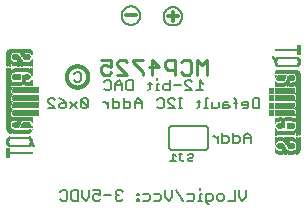
<source format=gbr>
G04 EAGLE Gerber RS-274X export*
G75*
%MOMM*%
%FSLAX34Y34*%
%LPD*%
%INSilkscreen Bottom*%
%IPPOS*%
%AMOC8*
5,1,8,0,0,1.08239X$1,22.5*%
G01*
%ADD10C,0.228600*%
%ADD11C,0.152400*%
%ADD12C,0.127000*%
%ADD13R,0.022863X0.462278*%
%ADD14R,0.022863X0.462281*%
%ADD15R,0.022863X0.436881*%
%ADD16R,0.023113X0.462278*%
%ADD17R,0.023113X0.462281*%
%ADD18R,0.023113X0.436881*%
%ADD19R,0.023116X0.462278*%
%ADD20R,0.023116X0.462281*%
%ADD21R,0.023116X0.436881*%
%ADD22R,0.023113X0.022863*%
%ADD23R,0.023116X0.091441*%
%ADD24R,0.023113X0.139700*%
%ADD25R,0.023116X0.185419*%
%ADD26R,0.023113X0.254000*%
%ADD27R,0.023113X0.299719*%
%ADD28R,0.023116X0.345438*%
%ADD29R,0.023113X0.391159*%
%ADD30R,0.023116X0.393700*%
%ADD31R,0.022863X0.325119*%
%ADD32R,0.022863X0.599438*%
%ADD33R,0.022863X0.622300*%
%ADD34R,0.022863X0.530859*%
%ADD35R,0.022863X0.439422*%
%ADD36R,0.022863X0.231138*%
%ADD37R,0.022863X0.071119*%
%ADD38R,0.022863X0.533400*%
%ADD39R,0.022863X0.208281*%
%ADD40R,0.023113X0.345441*%
%ADD41R,0.023113X0.576578*%
%ADD42R,0.023113X0.599438*%
%ADD43R,0.023113X0.508000*%
%ADD44R,0.023113X0.416563*%
%ADD45R,0.023113X0.208278*%
%ADD46R,0.023113X0.553722*%
%ADD47R,0.023113X0.208281*%
%ADD48R,0.023116X0.345441*%
%ADD49R,0.023116X0.530859*%
%ADD50R,0.023116X0.370841*%
%ADD51R,0.023116X0.162559*%
%ADD52R,0.023116X0.576581*%
%ADD53R,0.023116X0.208281*%
%ADD54R,0.023113X0.322578*%
%ADD55R,0.023113X0.485137*%
%ADD56R,0.023113X0.416559*%
%ADD57R,0.023113X0.347981*%
%ADD58R,0.023113X0.116838*%
%ADD59R,0.023113X0.647700*%
%ADD60R,0.023116X0.322581*%
%ADD61R,0.023116X0.485137*%
%ADD62R,0.023116X0.093978*%
%ADD63R,0.023116X0.231141*%
%ADD64R,0.023116X0.693419*%
%ADD65R,0.023113X0.322581*%
%ADD66R,0.023113X0.439419*%
%ADD67R,0.023113X0.370841*%
%ADD68R,0.023113X0.299722*%
%ADD69R,0.023113X0.045719*%
%ADD70R,0.023113X0.739138*%
%ADD71R,0.023113X0.414019*%
%ADD72R,0.023113X0.347978*%
%ADD73R,0.023113X0.762000*%
%ADD74R,0.023116X0.414019*%
%ADD75R,0.023116X0.182881*%
%ADD76R,0.023116X0.347978*%
%ADD77R,0.023116X0.276863*%
%ADD78R,0.023116X0.116841*%
%ADD79R,0.023116X0.276859*%
%ADD80R,0.023116X0.784863*%
%ADD81R,0.023113X0.325119*%
%ADD82R,0.023113X0.276863*%
%ADD83R,0.023113X0.276859*%
%ADD84R,0.023116X0.325119*%
%ADD85R,0.023116X0.391159*%
%ADD86R,0.023116X0.302259*%
%ADD87R,0.023116X0.254000*%
%ADD88R,0.023113X0.302259*%
%ADD89R,0.023113X0.393700*%
%ADD90R,0.023113X0.231141*%
%ADD91R,0.022863X0.302259*%
%ADD92R,0.022863X0.439419*%
%ADD93R,0.022863X0.368300*%
%ADD94R,0.022863X0.391159*%
%ADD95R,0.022863X0.416559*%
%ADD96R,0.022863X0.276863*%
%ADD97R,0.022863X0.205741*%
%ADD98R,0.023113X0.368300*%
%ADD99R,0.023113X0.205741*%
%ADD100R,0.023116X0.368300*%
%ADD101R,0.023116X0.205741*%
%ADD102R,0.023113X0.182881*%
%ADD103R,0.022863X0.276859*%
%ADD104R,0.022863X0.182881*%
%ADD105R,0.023113X0.924559*%
%ADD106R,0.023116X0.924559*%
%ADD107R,0.023113X0.901700*%
%ADD108R,0.023116X0.901700*%
%ADD109R,0.023113X0.878841*%
%ADD110R,0.023116X0.855981*%
%ADD111R,0.023113X0.833119*%
%ADD112R,0.022863X0.787400*%
%ADD113R,0.022863X0.414019*%
%ADD114R,0.022863X0.924559*%
%ADD115R,0.023113X0.739141*%
%ADD116R,0.023116X0.716281*%
%ADD117R,0.023116X0.299722*%
%ADD118R,0.023113X0.670559*%
%ADD119R,0.023116X0.647700*%
%ADD120R,0.023116X0.508000*%
%ADD121R,0.023116X0.299719*%
%ADD122R,0.023113X0.601981*%
%ADD123R,0.023113X0.530859*%
%ADD124R,0.023113X0.231138*%
%ADD125R,0.023113X0.556259*%
%ADD126R,0.023113X0.185419*%
%ADD127R,0.023116X0.533400*%
%ADD128R,0.023116X0.599438*%
%ADD129R,0.023116X0.416563*%
%ADD130R,0.023116X0.116838*%
%ADD131R,0.023113X0.485141*%
%ADD132R,0.023113X0.645159*%
%ADD133R,0.023113X0.716278*%
%ADD134R,0.022863X0.393700*%
%ADD135R,0.022863X0.762000*%
%ADD136R,0.022863X0.624841*%
%ADD137R,0.023113X0.784859*%
%ADD138R,0.023113X0.693422*%
%ADD139R,0.023116X0.830578*%
%ADD140R,0.023116X0.739141*%
%ADD141R,0.023113X0.876300*%
%ADD142R,0.023113X0.807722*%
%ADD143R,0.023116X0.899159*%
%ADD144R,0.023116X0.878841*%
%ADD145R,0.023113X0.922019*%
%ADD146R,0.023113X0.947419*%
%ADD147R,0.023116X0.970278*%
%ADD148R,0.023113X0.970278*%
%ADD149R,0.023116X0.439419*%
%ADD150R,0.022863X0.299722*%
%ADD151R,0.023116X0.416559*%
%ADD152R,0.023116X0.347981*%
%ADD153R,0.023113X0.137159*%
%ADD154R,0.023113X0.093978*%
%ADD155R,0.023113X0.091441*%
%ADD156R,0.023113X0.093981*%
%ADD157R,0.023113X0.114300*%
%ADD158R,0.023116X0.045719*%
%ADD159R,0.023116X0.045722*%
%ADD160R,0.023113X0.071119*%
%ADD161R,0.023113X0.116841*%
%ADD162R,0.023116X0.139700*%
%ADD163R,0.022863X0.322581*%
%ADD164R,0.022863X0.345441*%
%ADD165R,0.022863X0.162559*%
%ADD166R,0.022863X0.576581*%
%ADD167R,0.023113X0.668019*%
%ADD168R,0.023113X0.533400*%
%ADD169R,0.023116X1.455419*%
%ADD170R,0.023116X5.519419*%
%ADD171R,0.023113X1.455419*%
%ADD172R,0.023113X5.519419*%
%ADD173R,0.023116X5.494019*%
%ADD174R,0.023113X1.430019*%
%ADD175R,0.023113X5.494019*%
%ADD176R,0.023116X1.430019*%
%ADD177R,0.023116X5.471159*%
%ADD178R,0.023116X0.762000*%
%ADD179R,0.023113X1.407159*%
%ADD180R,0.023113X5.471159*%
%ADD181R,0.022863X1.384300*%
%ADD182R,0.022863X5.448300*%
%ADD183R,0.022863X0.716278*%
%ADD184R,0.022863X0.878841*%
%ADD185R,0.023113X1.361438*%
%ADD186R,0.023113X5.425438*%
%ADD187R,0.023116X1.338578*%
%ADD188R,0.023116X5.402578*%
%ADD189R,0.023116X0.624841*%
%ADD190R,0.023113X1.292859*%
%ADD191R,0.023113X5.356859*%
%ADD192R,0.023116X1.224278*%
%ADD193R,0.023116X5.288278*%
%ADD194C,0.203200*%
%ADD195C,0.304800*%


D10*
X173335Y111887D02*
X173335Y124344D01*
X169182Y120191D01*
X165030Y124344D01*
X165030Y111887D01*
X153541Y124344D02*
X151465Y122268D01*
X153541Y124344D02*
X157693Y124344D01*
X159770Y122268D01*
X159770Y113963D01*
X157693Y111887D01*
X153541Y111887D01*
X151465Y113963D01*
X146205Y111887D02*
X146205Y124344D01*
X139976Y124344D01*
X137900Y122268D01*
X137900Y118115D01*
X139976Y116039D01*
X146205Y116039D01*
X126411Y111887D02*
X126411Y124344D01*
X132640Y118115D01*
X124335Y118115D01*
X119074Y124344D02*
X110770Y124344D01*
X110770Y122268D01*
X119074Y113963D01*
X119074Y111887D01*
X105509Y111887D02*
X97205Y111887D01*
X105509Y111887D02*
X97205Y120191D01*
X97205Y122268D01*
X99281Y124344D01*
X103433Y124344D01*
X105509Y122268D01*
X91944Y124344D02*
X83640Y124344D01*
X91944Y124344D02*
X91944Y118115D01*
X87792Y120191D01*
X85716Y120191D01*
X83640Y118115D01*
X83640Y113963D01*
X85716Y111887D01*
X89868Y111887D01*
X91944Y113963D01*
D11*
X167014Y107195D02*
X169896Y104314D01*
X167014Y107195D02*
X167014Y98552D01*
X164133Y98552D02*
X169896Y98552D01*
X160540Y98552D02*
X154778Y98552D01*
X160540Y98552D02*
X154778Y104314D01*
X154778Y105755D01*
X156219Y107195D01*
X159100Y107195D01*
X160540Y105755D01*
X151185Y102874D02*
X145423Y102874D01*
X141830Y107195D02*
X141830Y98552D01*
X137508Y98552D01*
X136068Y99993D01*
X136068Y102874D01*
X137508Y104314D01*
X141830Y104314D01*
X132475Y104314D02*
X131034Y104314D01*
X131034Y98552D01*
X129594Y98552D02*
X132475Y98552D01*
X131034Y107195D02*
X131034Y108636D01*
X124798Y105755D02*
X124798Y99993D01*
X123357Y98552D01*
X123357Y104314D02*
X126238Y104314D01*
X110646Y107195D02*
X110646Y98552D01*
X106324Y98552D01*
X104884Y99993D01*
X104884Y105755D01*
X106324Y107195D01*
X110646Y107195D01*
X101291Y104314D02*
X101291Y98552D01*
X101291Y104314D02*
X98410Y107195D01*
X95529Y104314D01*
X95529Y98552D01*
X95529Y102874D02*
X101291Y102874D01*
X87614Y107195D02*
X86173Y105755D01*
X87614Y107195D02*
X90495Y107195D01*
X91936Y105755D01*
X91936Y99993D01*
X90495Y98552D01*
X87614Y98552D01*
X86173Y99993D01*
X217451Y91955D02*
X217451Y83312D01*
X213129Y83312D01*
X211689Y84753D01*
X211689Y90515D01*
X213129Y91955D01*
X217451Y91955D01*
X206655Y83312D02*
X203774Y83312D01*
X206655Y83312D02*
X208096Y84753D01*
X208096Y87634D01*
X206655Y89074D01*
X203774Y89074D01*
X202334Y87634D01*
X202334Y86193D01*
X208096Y86193D01*
X197300Y83312D02*
X197300Y90515D01*
X195860Y91955D01*
X195860Y87634D02*
X198741Y87634D01*
X191063Y89074D02*
X188182Y89074D01*
X186742Y87634D01*
X186742Y83312D01*
X191063Y83312D01*
X192504Y84753D01*
X191063Y86193D01*
X186742Y86193D01*
X183149Y84753D02*
X183149Y89074D01*
X183149Y84753D02*
X181708Y83312D01*
X177387Y83312D01*
X177387Y89074D01*
X173794Y91955D02*
X172353Y91955D01*
X172353Y83312D01*
X170913Y83312D02*
X173794Y83312D01*
X166116Y84753D02*
X166116Y90515D01*
X166116Y84753D02*
X164676Y83312D01*
X164676Y89074D02*
X167557Y89074D01*
X151965Y83312D02*
X149084Y83312D01*
X150524Y83312D02*
X150524Y91955D01*
X149084Y91955D02*
X151965Y91955D01*
X145728Y83312D02*
X139966Y83312D01*
X145728Y83312D02*
X139966Y89074D01*
X139966Y90515D01*
X141406Y91955D01*
X144288Y91955D01*
X145728Y90515D01*
X132051Y91955D02*
X130611Y90515D01*
X132051Y91955D02*
X134932Y91955D01*
X136373Y90515D01*
X136373Y84753D01*
X134932Y83312D01*
X132051Y83312D01*
X130611Y84753D01*
X117663Y83312D02*
X117663Y89074D01*
X114781Y91955D01*
X111900Y89074D01*
X111900Y83312D01*
X111900Y87634D02*
X117663Y87634D01*
X102545Y91955D02*
X102545Y83312D01*
X106867Y83312D01*
X108307Y84753D01*
X108307Y87634D01*
X106867Y89074D01*
X102545Y89074D01*
X93190Y91955D02*
X93190Y83312D01*
X97512Y83312D01*
X98952Y84753D01*
X98952Y87634D01*
X97512Y89074D01*
X93190Y89074D01*
X89597Y89074D02*
X89597Y83312D01*
X89597Y86193D02*
X86716Y89074D01*
X85275Y89074D01*
X72446Y90515D02*
X72446Y84753D01*
X72446Y90515D02*
X71005Y91955D01*
X68124Y91955D01*
X66684Y90515D01*
X66684Y84753D01*
X68124Y83312D01*
X71005Y83312D01*
X72446Y84753D01*
X66684Y90515D01*
X63091Y89074D02*
X57328Y83312D01*
X57328Y89074D02*
X63091Y83312D01*
X50854Y90515D02*
X47973Y91955D01*
X50854Y90515D02*
X53735Y87634D01*
X53735Y84753D01*
X52295Y83312D01*
X49414Y83312D01*
X47973Y84753D01*
X47973Y86193D01*
X49414Y87634D01*
X53735Y87634D01*
X44380Y83312D02*
X38618Y83312D01*
X44380Y83312D02*
X38618Y89074D01*
X38618Y90515D01*
X40059Y91955D01*
X42940Y91955D01*
X44380Y90515D01*
D12*
X206029Y13978D02*
X206029Y8046D01*
X203063Y5080D01*
X200097Y8046D01*
X200097Y13978D01*
X196674Y13978D02*
X196674Y5080D01*
X190742Y5080D01*
X185835Y5080D02*
X182870Y5080D01*
X181387Y6563D01*
X181387Y9529D01*
X182870Y11012D01*
X185835Y11012D01*
X187318Y9529D01*
X187318Y6563D01*
X185835Y5080D01*
X174997Y2114D02*
X173514Y2114D01*
X172031Y3597D01*
X172031Y11012D01*
X176480Y11012D01*
X177963Y9529D01*
X177963Y6563D01*
X176480Y5080D01*
X172031Y5080D01*
X168608Y11012D02*
X167125Y11012D01*
X167125Y5080D01*
X168608Y5080D02*
X165642Y5080D01*
X167125Y13978D02*
X167125Y15461D01*
X160888Y11012D02*
X156440Y11012D01*
X160888Y11012D02*
X162371Y9529D01*
X162371Y6563D01*
X160888Y5080D01*
X156440Y5080D01*
X153016Y5080D02*
X147084Y13978D01*
X143661Y13978D02*
X143661Y8046D01*
X140695Y5080D01*
X137729Y8046D01*
X137729Y13978D01*
X132823Y11012D02*
X128374Y11012D01*
X132823Y11012D02*
X134306Y9529D01*
X134306Y6563D01*
X132823Y5080D01*
X128374Y5080D01*
X123468Y11012D02*
X119019Y11012D01*
X123468Y11012D02*
X124950Y9529D01*
X124950Y6563D01*
X123468Y5080D01*
X119019Y5080D01*
X115595Y11012D02*
X114112Y11012D01*
X114112Y9529D01*
X115595Y9529D01*
X115595Y11012D01*
X115595Y6563D02*
X114112Y6563D01*
X114112Y5080D01*
X115595Y5080D01*
X115595Y6563D01*
X101563Y12495D02*
X100080Y13978D01*
X97114Y13978D01*
X95631Y12495D01*
X95631Y11012D01*
X97114Y9529D01*
X98597Y9529D01*
X97114Y9529D02*
X95631Y8046D01*
X95631Y6563D01*
X97114Y5080D01*
X100080Y5080D01*
X101563Y6563D01*
X92207Y9529D02*
X86276Y9529D01*
X82852Y13978D02*
X76920Y13978D01*
X82852Y13978D02*
X82852Y9529D01*
X79886Y11012D01*
X78403Y11012D01*
X76920Y9529D01*
X76920Y6563D01*
X78403Y5080D01*
X81369Y5080D01*
X82852Y6563D01*
X73497Y8046D02*
X73497Y13978D01*
X73497Y8046D02*
X70531Y5080D01*
X67565Y8046D01*
X67565Y13978D01*
X64142Y13978D02*
X64142Y5080D01*
X59693Y5080D01*
X58210Y6563D01*
X58210Y12495D01*
X59693Y13978D01*
X64142Y13978D01*
X50338Y13978D02*
X48855Y12495D01*
X50338Y13978D02*
X53304Y13978D01*
X54787Y12495D01*
X54787Y6563D01*
X53304Y5080D01*
X50338Y5080D01*
X48855Y6563D01*
D11*
X210209Y54102D02*
X210209Y59864D01*
X207328Y62745D01*
X204447Y59864D01*
X204447Y54102D01*
X204447Y58424D02*
X210209Y58424D01*
X195091Y62745D02*
X195091Y54102D01*
X199413Y54102D01*
X200854Y55543D01*
X200854Y58424D01*
X199413Y59864D01*
X195091Y59864D01*
X185736Y62745D02*
X185736Y54102D01*
X190058Y54102D01*
X191498Y55543D01*
X191498Y58424D01*
X190058Y59864D01*
X185736Y59864D01*
X182143Y59864D02*
X182143Y54102D01*
X182143Y56983D02*
X179262Y59864D01*
X177822Y59864D01*
D13*
X226060Y79197D03*
D14*
X226060Y85446D03*
X226060Y91669D03*
D15*
X226060Y98019D03*
D16*
X226290Y79197D03*
D17*
X226290Y85446D03*
X226290Y91669D03*
D18*
X226290Y98019D03*
D19*
X226521Y79197D03*
D20*
X226521Y85446D03*
X226521Y91669D03*
D21*
X226521Y98019D03*
D16*
X226752Y79197D03*
D17*
X226752Y85446D03*
X226752Y91669D03*
D18*
X226752Y98019D03*
D19*
X226983Y79197D03*
D20*
X226983Y85446D03*
X226983Y91669D03*
D21*
X226983Y98019D03*
D16*
X227214Y79197D03*
D17*
X227214Y85446D03*
X227214Y91669D03*
D18*
X227214Y98019D03*
D16*
X227446Y79197D03*
D17*
X227446Y85446D03*
X227446Y91669D03*
D18*
X227446Y98019D03*
D19*
X227677Y79197D03*
D20*
X227677Y85446D03*
X227677Y91669D03*
D21*
X227677Y98019D03*
D16*
X227908Y79197D03*
D17*
X227908Y85446D03*
X227908Y91669D03*
D18*
X227908Y98019D03*
D19*
X228139Y79197D03*
D20*
X228139Y85446D03*
X228139Y91669D03*
D21*
X228139Y98019D03*
D16*
X228370Y79197D03*
D17*
X228370Y85446D03*
X228370Y91669D03*
D18*
X228370Y98019D03*
D13*
X228600Y79197D03*
D14*
X228600Y85446D03*
X228600Y91669D03*
D15*
X228600Y98019D03*
D16*
X228830Y79197D03*
D17*
X228830Y85446D03*
X228830Y91669D03*
D18*
X228830Y98019D03*
D22*
X228830Y126429D03*
D19*
X229061Y79197D03*
D20*
X229061Y85446D03*
X229061Y91669D03*
D21*
X229061Y98019D03*
D23*
X229061Y126314D03*
D16*
X229292Y79197D03*
D17*
X229292Y85446D03*
X229292Y91669D03*
D18*
X229292Y98019D03*
D24*
X229292Y126073D03*
D19*
X229523Y79197D03*
D20*
X229523Y85446D03*
X229523Y91669D03*
D21*
X229523Y98019D03*
D25*
X229523Y126073D03*
D16*
X229754Y79197D03*
D17*
X229754Y85446D03*
X229754Y91669D03*
D18*
X229754Y98019D03*
D26*
X229754Y125959D03*
D16*
X229986Y79197D03*
D17*
X229986Y85446D03*
X229986Y91669D03*
D18*
X229986Y98019D03*
D27*
X229986Y125730D03*
D19*
X230217Y79197D03*
D20*
X230217Y85446D03*
X230217Y91669D03*
D21*
X230217Y98019D03*
D28*
X230217Y125730D03*
D29*
X230448Y125501D03*
D30*
X230679Y125032D03*
D16*
X230910Y124003D03*
D31*
X231140Y48031D03*
D32*
X231140Y55880D03*
D33*
X231140Y63614D03*
D34*
X231140Y72631D03*
D13*
X231140Y79197D03*
D14*
X231140Y85446D03*
X231140Y91669D03*
D15*
X231140Y98019D03*
D35*
X231140Y104254D03*
D36*
X231140Y109919D03*
D37*
X231140Y113030D03*
D38*
X231140Y123190D03*
D39*
X231140Y132436D03*
D40*
X231370Y47676D03*
D41*
X231370Y55994D03*
D42*
X231370Y63500D03*
D43*
X231370Y72746D03*
D16*
X231370Y79197D03*
D17*
X231370Y85446D03*
X231370Y91669D03*
D18*
X231370Y98019D03*
D44*
X231370Y104140D03*
D45*
X231370Y110033D03*
D24*
X231370Y113373D03*
D46*
X231370Y122606D03*
D47*
X231370Y132436D03*
D48*
X231601Y47219D03*
D49*
X231601Y56223D03*
X231601Y63157D03*
D19*
X231601Y72974D03*
X231601Y79197D03*
D20*
X231601Y85446D03*
X231601Y91669D03*
D21*
X231601Y98019D03*
D50*
X231601Y103911D03*
D51*
X231601Y110261D03*
D25*
X231601Y113602D03*
D52*
X231601Y122492D03*
D53*
X231601Y132436D03*
D54*
X231832Y46876D03*
D55*
X231832Y56452D03*
D43*
X231832Y63043D03*
D56*
X231832Y73203D03*
D16*
X231832Y79197D03*
D17*
X231832Y85446D03*
X231832Y91669D03*
D18*
X231832Y98019D03*
D57*
X231832Y103797D03*
D58*
X231832Y110490D03*
D45*
X231832Y113716D03*
D59*
X231832Y122619D03*
D47*
X231832Y132436D03*
D60*
X232063Y46647D03*
D19*
X232063Y56566D03*
D61*
X232063Y62929D03*
D30*
X232063Y73317D03*
D19*
X232063Y79197D03*
D20*
X232063Y85446D03*
X232063Y91669D03*
D21*
X232063Y98019D03*
D60*
X232063Y103670D03*
D62*
X232063Y110604D03*
D63*
X232063Y113830D03*
D64*
X232063Y122619D03*
D53*
X232063Y132436D03*
D65*
X232294Y46419D03*
D66*
X232294Y56680D03*
D16*
X232294Y62814D03*
D67*
X232294Y73431D03*
D16*
X232294Y79197D03*
D17*
X232294Y85446D03*
X232294Y91669D03*
D18*
X232294Y98019D03*
D68*
X232294Y103556D03*
D69*
X232294Y110846D03*
D26*
X232294Y113944D03*
D70*
X232294Y122619D03*
D47*
X232294Y132436D03*
D65*
X232526Y46190D03*
D71*
X232526Y56807D03*
D66*
X232526Y62700D03*
D72*
X232526Y73546D03*
D16*
X232526Y79197D03*
D17*
X232526Y85446D03*
X232526Y91669D03*
D18*
X232526Y98019D03*
D68*
X232526Y103556D03*
D26*
X232526Y113944D03*
D73*
X232526Y122504D03*
D47*
X232526Y132436D03*
D60*
X232757Y46190D03*
D63*
X232757Y51270D03*
D74*
X232757Y56807D03*
X232757Y62573D03*
D75*
X232757Y68351D03*
D76*
X232757Y73546D03*
D19*
X232757Y79197D03*
D20*
X232757Y85446D03*
X232757Y91669D03*
D21*
X232757Y98019D03*
D77*
X232757Y103442D03*
D78*
X232757Y108179D03*
D79*
X232757Y114059D03*
D80*
X232757Y122619D03*
D53*
X232757Y132436D03*
D81*
X232988Y45949D03*
D65*
X232988Y51270D03*
D29*
X232988Y56921D03*
D71*
X232988Y62573D03*
D81*
X232988Y68351D03*
X232988Y73660D03*
D16*
X232988Y79197D03*
D17*
X232988Y85446D03*
X232988Y91669D03*
D18*
X232988Y98019D03*
D82*
X232988Y103442D03*
D83*
X232988Y108293D03*
X232988Y114059D03*
D82*
X232988Y120079D03*
D83*
X232988Y125387D03*
D47*
X232988Y132436D03*
D84*
X233219Y45949D03*
D50*
X233219Y51257D03*
D85*
X233219Y56921D03*
D74*
X233219Y62573D03*
D50*
X233219Y68351D03*
D84*
X233219Y73660D03*
D19*
X233219Y79197D03*
D20*
X233219Y85446D03*
X233219Y91669D03*
D21*
X233219Y98019D03*
D77*
X233219Y103442D03*
D48*
X233219Y108407D03*
D86*
X233219Y114186D03*
D87*
X233219Y119736D03*
D63*
X233219Y125616D03*
D53*
X233219Y132436D03*
D81*
X233450Y45949D03*
D56*
X233450Y51257D03*
D29*
X233450Y56921D03*
X233450Y62459D03*
D56*
X233450Y68351D03*
D88*
X233450Y73774D03*
D16*
X233450Y79197D03*
D17*
X233450Y85446D03*
X233450Y91669D03*
D18*
X233450Y98019D03*
D82*
X233450Y103442D03*
D89*
X233450Y108649D03*
D88*
X233450Y114186D03*
D90*
X233450Y119621D03*
D47*
X233450Y125730D03*
X233450Y132436D03*
D91*
X233680Y45834D03*
D92*
X233680Y51143D03*
D93*
X233680Y57036D03*
D94*
X233680Y62459D03*
D95*
X233680Y68351D03*
D91*
X233680Y73774D03*
D13*
X233680Y79197D03*
D14*
X233680Y85446D03*
X233680Y91669D03*
D15*
X233680Y98019D03*
D96*
X233680Y103442D03*
D92*
X233680Y108649D03*
D91*
X233680Y114186D03*
D97*
X233680Y119494D03*
D39*
X233680Y125730D03*
X233680Y132436D03*
D88*
X233910Y45834D03*
D16*
X233910Y51257D03*
D98*
X233910Y57036D03*
D29*
X233910Y62459D03*
D17*
X233910Y68351D03*
D88*
X233910Y73774D03*
D16*
X233910Y79197D03*
D17*
X233910Y85446D03*
X233910Y91669D03*
D18*
X233910Y98019D03*
D82*
X233910Y103442D03*
D16*
X233910Y108763D03*
D88*
X233910Y114186D03*
D99*
X233910Y119494D03*
D47*
X233910Y125959D03*
X233910Y132436D03*
D86*
X234141Y45834D03*
D19*
X234141Y51257D03*
D100*
X234141Y57036D03*
D85*
X234141Y62459D03*
D20*
X234141Y68351D03*
D86*
X234141Y73774D03*
D19*
X234141Y79197D03*
D20*
X234141Y85446D03*
X234141Y91669D03*
D21*
X234141Y98019D03*
D77*
X234141Y103442D03*
D19*
X234141Y108763D03*
D86*
X234141Y114186D03*
D101*
X234141Y119494D03*
D53*
X234141Y125959D03*
X234141Y132436D03*
D88*
X234372Y45834D03*
D16*
X234372Y51257D03*
D98*
X234372Y57036D03*
X234372Y62344D03*
D17*
X234372Y68351D03*
D88*
X234372Y73774D03*
D16*
X234372Y79197D03*
D17*
X234372Y85446D03*
X234372Y91669D03*
D18*
X234372Y98019D03*
D82*
X234372Y103442D03*
D16*
X234372Y108763D03*
D88*
X234372Y114186D03*
D99*
X234372Y119494D03*
D47*
X234372Y125959D03*
X234372Y132436D03*
D86*
X234603Y45834D03*
D19*
X234603Y51257D03*
D100*
X234603Y57036D03*
X234603Y62344D03*
D20*
X234603Y68351D03*
D86*
X234603Y73774D03*
D19*
X234603Y79197D03*
D20*
X234603Y85446D03*
X234603Y91669D03*
D21*
X234603Y98019D03*
D77*
X234603Y103442D03*
D19*
X234603Y108763D03*
D86*
X234603Y114186D03*
D75*
X234603Y119380D03*
D53*
X234603Y125959D03*
X234603Y132436D03*
D88*
X234834Y45834D03*
D16*
X234834Y51257D03*
D98*
X234834Y57036D03*
X234834Y62344D03*
D17*
X234834Y68351D03*
D88*
X234834Y73774D03*
D16*
X234834Y79197D03*
D17*
X234834Y85446D03*
X234834Y91669D03*
D18*
X234834Y98019D03*
D82*
X234834Y103442D03*
D16*
X234834Y108763D03*
D88*
X234834Y114186D03*
D102*
X234834Y119380D03*
D47*
X234834Y125959D03*
X234834Y132436D03*
D88*
X235066Y45834D03*
D16*
X235066Y51257D03*
D98*
X235066Y57036D03*
X235066Y62344D03*
D17*
X235066Y68351D03*
D83*
X235066Y73901D03*
D16*
X235066Y79197D03*
D17*
X235066Y85446D03*
X235066Y91669D03*
D18*
X235066Y98019D03*
D82*
X235066Y103442D03*
D16*
X235066Y108763D03*
D88*
X235066Y114186D03*
D102*
X235066Y119380D03*
D47*
X235066Y125959D03*
X235066Y132436D03*
D86*
X235297Y45834D03*
D19*
X235297Y51257D03*
D100*
X235297Y57036D03*
X235297Y62344D03*
D20*
X235297Y68351D03*
D79*
X235297Y73901D03*
D19*
X235297Y79197D03*
D20*
X235297Y85446D03*
X235297Y91669D03*
D21*
X235297Y98019D03*
D77*
X235297Y103442D03*
D19*
X235297Y108763D03*
D86*
X235297Y114186D03*
D75*
X235297Y119380D03*
D53*
X235297Y125959D03*
X235297Y132436D03*
D88*
X235528Y45834D03*
D16*
X235528Y51257D03*
D98*
X235528Y57036D03*
X235528Y62344D03*
D17*
X235528Y68351D03*
D83*
X235528Y73901D03*
D16*
X235528Y79197D03*
D17*
X235528Y85446D03*
X235528Y91669D03*
D18*
X235528Y98019D03*
D82*
X235528Y103442D03*
D16*
X235528Y108763D03*
D88*
X235528Y114186D03*
D102*
X235528Y119380D03*
D47*
X235528Y125959D03*
X235528Y132436D03*
D86*
X235759Y45834D03*
D19*
X235759Y51257D03*
D100*
X235759Y57036D03*
X235759Y62344D03*
D20*
X235759Y68351D03*
D79*
X235759Y73901D03*
D19*
X235759Y79197D03*
D20*
X235759Y85446D03*
X235759Y91669D03*
D21*
X235759Y98019D03*
D77*
X235759Y103442D03*
D19*
X235759Y108763D03*
D86*
X235759Y114186D03*
D75*
X235759Y119380D03*
D53*
X235759Y125959D03*
X235759Y132436D03*
D88*
X235990Y45834D03*
D16*
X235990Y51257D03*
D98*
X235990Y57036D03*
X235990Y62344D03*
D17*
X235990Y68351D03*
D83*
X235990Y73901D03*
D16*
X235990Y79197D03*
D17*
X235990Y85446D03*
X235990Y91669D03*
D18*
X235990Y98019D03*
D82*
X235990Y103442D03*
D16*
X235990Y108763D03*
D88*
X235990Y114186D03*
D102*
X235990Y119380D03*
D47*
X235990Y125959D03*
X235990Y132436D03*
D91*
X236220Y45834D03*
D13*
X236220Y51257D03*
D93*
X236220Y57036D03*
X236220Y62344D03*
D14*
X236220Y68351D03*
D103*
X236220Y73901D03*
D13*
X236220Y79197D03*
D14*
X236220Y85446D03*
X236220Y91669D03*
D15*
X236220Y98019D03*
D96*
X236220Y103442D03*
D13*
X236220Y108763D03*
D91*
X236220Y114186D03*
D104*
X236220Y119380D03*
D39*
X236220Y125959D03*
X236220Y132436D03*
D88*
X236450Y45834D03*
D16*
X236450Y51257D03*
D98*
X236450Y57036D03*
X236450Y62344D03*
D17*
X236450Y68351D03*
D83*
X236450Y73901D03*
D16*
X236450Y79197D03*
D17*
X236450Y85446D03*
X236450Y91669D03*
D18*
X236450Y98019D03*
D82*
X236450Y103442D03*
D16*
X236450Y108763D03*
D88*
X236450Y114186D03*
D102*
X236450Y119380D03*
D47*
X236450Y125959D03*
X236450Y132436D03*
D86*
X236681Y45834D03*
D19*
X236681Y51257D03*
D100*
X236681Y57036D03*
X236681Y62344D03*
D20*
X236681Y68351D03*
D79*
X236681Y73901D03*
D19*
X236681Y79197D03*
D20*
X236681Y85446D03*
X236681Y91669D03*
D21*
X236681Y98019D03*
D77*
X236681Y103442D03*
D19*
X236681Y108763D03*
D86*
X236681Y114186D03*
D75*
X236681Y119380D03*
D53*
X236681Y125959D03*
X236681Y132436D03*
D88*
X236912Y45834D03*
D16*
X236912Y51257D03*
D98*
X236912Y57036D03*
X236912Y62344D03*
D105*
X236912Y70663D03*
D16*
X236912Y79197D03*
D17*
X236912Y85446D03*
X236912Y91669D03*
D18*
X236912Y98019D03*
D82*
X236912Y103442D03*
D16*
X236912Y108763D03*
D88*
X236912Y114186D03*
D102*
X236912Y119380D03*
D47*
X236912Y125959D03*
X236912Y132436D03*
D86*
X237143Y45834D03*
D19*
X237143Y51257D03*
D100*
X237143Y57036D03*
X237143Y62344D03*
D106*
X237143Y70663D03*
D19*
X237143Y79197D03*
D20*
X237143Y85446D03*
X237143Y91669D03*
D21*
X237143Y98019D03*
D77*
X237143Y103442D03*
D19*
X237143Y108763D03*
D86*
X237143Y114186D03*
D75*
X237143Y119380D03*
D53*
X237143Y125959D03*
X237143Y132436D03*
D88*
X237374Y45834D03*
D66*
X237374Y51143D03*
D98*
X237374Y57036D03*
X237374Y62344D03*
D105*
X237374Y70663D03*
D16*
X237374Y79197D03*
D17*
X237374Y85446D03*
X237374Y91669D03*
D18*
X237374Y98019D03*
D82*
X237374Y103442D03*
D16*
X237374Y108763D03*
D88*
X237374Y114186D03*
D102*
X237374Y119380D03*
D47*
X237374Y125959D03*
X237374Y132436D03*
D107*
X237606Y48832D03*
D98*
X237606Y57036D03*
X237606Y62344D03*
D105*
X237606Y70663D03*
D16*
X237606Y79197D03*
D17*
X237606Y85446D03*
X237606Y91669D03*
D18*
X237606Y98019D03*
D82*
X237606Y103442D03*
D16*
X237606Y108763D03*
D88*
X237606Y114186D03*
D102*
X237606Y119380D03*
D47*
X237606Y125959D03*
X237606Y132436D03*
D108*
X237837Y48832D03*
D100*
X237837Y57036D03*
X237837Y62344D03*
D106*
X237837Y70663D03*
D19*
X237837Y79197D03*
D20*
X237837Y85446D03*
X237837Y91669D03*
D21*
X237837Y98019D03*
D77*
X237837Y103442D03*
D19*
X237837Y108763D03*
D86*
X237837Y114186D03*
D75*
X237837Y119380D03*
D53*
X237837Y125959D03*
X237837Y132436D03*
D109*
X238068Y48717D03*
D29*
X238068Y56921D03*
D98*
X238068Y62344D03*
D105*
X238068Y70663D03*
D16*
X238068Y79197D03*
D17*
X238068Y85446D03*
X238068Y91669D03*
D18*
X238068Y98019D03*
D82*
X238068Y103442D03*
D16*
X238068Y108763D03*
D88*
X238068Y114186D03*
D102*
X238068Y119380D03*
D47*
X238068Y125959D03*
X238068Y132436D03*
D110*
X238299Y48603D03*
D85*
X238299Y56921D03*
D100*
X238299Y62344D03*
D106*
X238299Y70663D03*
D19*
X238299Y79197D03*
D20*
X238299Y85446D03*
X238299Y91669D03*
D21*
X238299Y98019D03*
D77*
X238299Y103442D03*
D19*
X238299Y108763D03*
D86*
X238299Y114186D03*
D75*
X238299Y119380D03*
D53*
X238299Y125959D03*
X238299Y132436D03*
D111*
X238530Y48489D03*
D71*
X238530Y56807D03*
D98*
X238530Y62344D03*
D105*
X238530Y70663D03*
D16*
X238530Y79197D03*
D17*
X238530Y85446D03*
X238530Y91669D03*
D18*
X238530Y98019D03*
D82*
X238530Y103442D03*
D66*
X238530Y108877D03*
D88*
X238530Y114186D03*
D102*
X238530Y119380D03*
D47*
X238530Y125959D03*
X238530Y132436D03*
D112*
X238760Y48260D03*
D113*
X238760Y56807D03*
D93*
X238760Y62344D03*
D114*
X238760Y70663D03*
D13*
X238760Y79197D03*
D14*
X238760Y85446D03*
X238760Y91669D03*
D15*
X238760Y98019D03*
D96*
X238760Y103442D03*
D92*
X238760Y108877D03*
D91*
X238760Y114186D03*
D104*
X238760Y119380D03*
D39*
X238760Y125959D03*
X238760Y132436D03*
D115*
X238990Y48019D03*
D66*
X238990Y56680D03*
D98*
X238990Y62344D03*
D105*
X238990Y70663D03*
D16*
X238990Y79197D03*
D17*
X238990Y85446D03*
X238990Y91669D03*
D18*
X238990Y98019D03*
D68*
X238990Y103556D03*
D56*
X238990Y108991D03*
D88*
X238990Y114186D03*
D102*
X238990Y119380D03*
D47*
X238990Y125959D03*
X238990Y132436D03*
D116*
X239221Y47904D03*
D19*
X239221Y56566D03*
D100*
X239221Y62344D03*
D106*
X239221Y70663D03*
D19*
X239221Y79197D03*
D20*
X239221Y85446D03*
X239221Y91669D03*
D21*
X239221Y98019D03*
D117*
X239221Y103556D03*
D30*
X239221Y109106D03*
D86*
X239221Y114186D03*
D75*
X239221Y119380D03*
D53*
X239221Y125959D03*
X239221Y132436D03*
D118*
X239452Y47676D03*
D55*
X239452Y56452D03*
D98*
X239452Y62344D03*
D105*
X239452Y70663D03*
D16*
X239452Y79197D03*
D17*
X239452Y85446D03*
X239452Y91669D03*
D18*
X239452Y98019D03*
D65*
X239452Y103670D03*
D72*
X239452Y109334D03*
D88*
X239452Y114186D03*
D102*
X239452Y119380D03*
D47*
X239452Y125959D03*
X239452Y132436D03*
D119*
X239683Y47562D03*
D120*
X239683Y56337D03*
D100*
X239683Y62344D03*
D79*
X239683Y73901D03*
D19*
X239683Y79197D03*
D20*
X239683Y85446D03*
X239683Y91669D03*
D21*
X239683Y98019D03*
D60*
X239683Y103670D03*
D121*
X239683Y109576D03*
D86*
X239683Y114186D03*
D75*
X239683Y119380D03*
D53*
X239683Y125959D03*
X239683Y132436D03*
D122*
X239914Y47333D03*
D123*
X239914Y56223D03*
D98*
X239914Y62344D03*
D83*
X239914Y73901D03*
D16*
X239914Y79197D03*
D17*
X239914Y85446D03*
X239914Y91669D03*
D18*
X239914Y98019D03*
D57*
X239914Y103797D03*
D124*
X239914Y109919D03*
D88*
X239914Y114186D03*
D102*
X239914Y119380D03*
D47*
X239914Y125959D03*
X239914Y132436D03*
D125*
X240146Y47104D03*
D41*
X240146Y55994D03*
D98*
X240146Y62344D03*
D83*
X240146Y73901D03*
D16*
X240146Y79197D03*
D17*
X240146Y85446D03*
X240146Y91669D03*
D18*
X240146Y98019D03*
D67*
X240146Y103911D03*
D126*
X240146Y110147D03*
D88*
X240146Y114186D03*
D102*
X240146Y119380D03*
D47*
X240146Y125959D03*
X240146Y132436D03*
D127*
X240377Y46990D03*
D128*
X240377Y55880D03*
D100*
X240377Y62344D03*
D79*
X240377Y73901D03*
D19*
X240377Y79197D03*
D20*
X240377Y85446D03*
X240377Y91669D03*
D21*
X240377Y98019D03*
D129*
X240377Y104140D03*
D130*
X240377Y110490D03*
D86*
X240377Y114186D03*
D75*
X240377Y119380D03*
D53*
X240377Y125959D03*
X240377Y132436D03*
D131*
X240608Y46749D03*
D132*
X240608Y55651D03*
D98*
X240608Y62344D03*
D83*
X240608Y73901D03*
D16*
X240608Y79197D03*
D17*
X240608Y85446D03*
X240608Y91669D03*
D18*
X240608Y98019D03*
D17*
X240608Y104369D03*
D69*
X240608Y110846D03*
D88*
X240608Y114186D03*
D102*
X240608Y119380D03*
D47*
X240608Y125959D03*
X240608Y132436D03*
D20*
X240839Y46634D03*
D64*
X240839Y55410D03*
D100*
X240839Y62344D03*
D79*
X240839Y73901D03*
D19*
X240839Y79197D03*
D20*
X240839Y85446D03*
X240839Y91669D03*
D21*
X240839Y98019D03*
D120*
X240839Y104597D03*
D86*
X240839Y114186D03*
D75*
X240839Y119380D03*
D53*
X240839Y125959D03*
X240839Y132436D03*
D56*
X241070Y46406D03*
D133*
X241070Y55296D03*
D98*
X241070Y62344D03*
D83*
X241070Y73901D03*
D16*
X241070Y79197D03*
D17*
X241070Y85446D03*
X241070Y91669D03*
D18*
X241070Y98019D03*
D46*
X241070Y104826D03*
D88*
X241070Y114186D03*
D102*
X241070Y119380D03*
D47*
X241070Y125959D03*
X241070Y132436D03*
D134*
X241300Y46292D03*
D135*
X241300Y55067D03*
D93*
X241300Y62344D03*
D14*
X241300Y68351D03*
D103*
X241300Y73901D03*
D13*
X241300Y79197D03*
D14*
X241300Y85446D03*
X241300Y91669D03*
D15*
X241300Y98019D03*
D136*
X241300Y105181D03*
D91*
X241300Y114186D03*
D104*
X241300Y119380D03*
D39*
X241300Y125959D03*
X241300Y132436D03*
D67*
X241530Y46177D03*
D137*
X241530Y54953D03*
D98*
X241530Y62344D03*
D17*
X241530Y68351D03*
D83*
X241530Y73901D03*
D16*
X241530Y79197D03*
D17*
X241530Y85446D03*
X241530Y91669D03*
D18*
X241530Y98019D03*
D138*
X241530Y105524D03*
D88*
X241530Y114186D03*
D102*
X241530Y119380D03*
D47*
X241530Y125959D03*
X241530Y132436D03*
D50*
X241761Y46177D03*
D139*
X241761Y54724D03*
D100*
X241761Y62344D03*
D20*
X241761Y68351D03*
D79*
X241761Y73901D03*
D19*
X241761Y79197D03*
D20*
X241761Y85446D03*
X241761Y91669D03*
D21*
X241761Y98019D03*
D140*
X241761Y105753D03*
D86*
X241761Y114186D03*
D75*
X241761Y119380D03*
D53*
X241761Y125959D03*
X241761Y132436D03*
D57*
X241992Y46063D03*
D141*
X241992Y54496D03*
D98*
X241992Y62344D03*
D17*
X241992Y68351D03*
D83*
X241992Y73901D03*
D16*
X241992Y79197D03*
D17*
X241992Y85446D03*
X241992Y91669D03*
D18*
X241992Y98019D03*
D142*
X241992Y106096D03*
D88*
X241992Y114186D03*
D102*
X241992Y119380D03*
D47*
X241992Y125959D03*
X241992Y132436D03*
D84*
X242223Y45949D03*
D143*
X242223Y54381D03*
D100*
X242223Y62344D03*
D20*
X242223Y68351D03*
D79*
X242223Y73901D03*
D19*
X242223Y79197D03*
D20*
X242223Y85446D03*
X242223Y91669D03*
D21*
X242223Y98019D03*
D144*
X242223Y106451D03*
D86*
X242223Y114186D03*
D75*
X242223Y119380D03*
D53*
X242223Y125959D03*
X242223Y132436D03*
D81*
X242454Y45949D03*
D145*
X242454Y54267D03*
D98*
X242454Y62344D03*
D17*
X242454Y68351D03*
D83*
X242454Y73901D03*
D16*
X242454Y79197D03*
D17*
X242454Y85446D03*
X242454Y91669D03*
D18*
X242454Y98019D03*
D107*
X242454Y106566D03*
D88*
X242454Y114186D03*
D102*
X242454Y119380D03*
D47*
X242454Y125959D03*
X242454Y132436D03*
D81*
X242686Y45949D03*
D146*
X242686Y54140D03*
D98*
X242686Y62344D03*
D17*
X242686Y68351D03*
D83*
X242686Y73901D03*
D16*
X242686Y79197D03*
D17*
X242686Y85446D03*
X242686Y91669D03*
D18*
X242686Y98019D03*
D107*
X242686Y106566D03*
D88*
X242686Y114186D03*
D102*
X242686Y119380D03*
D47*
X242686Y125959D03*
X242686Y132436D03*
D86*
X242917Y45834D03*
D147*
X242917Y54026D03*
D100*
X242917Y62344D03*
D20*
X242917Y68351D03*
D79*
X242917Y73901D03*
D19*
X242917Y79197D03*
D20*
X242917Y85446D03*
X242917Y91669D03*
D21*
X242917Y98019D03*
D108*
X242917Y106566D03*
D86*
X242917Y114186D03*
D75*
X242917Y119380D03*
D53*
X242917Y125959D03*
X242917Y132436D03*
D88*
X243148Y45834D03*
D148*
X243148Y54026D03*
D98*
X243148Y62344D03*
D17*
X243148Y68351D03*
D83*
X243148Y73901D03*
D16*
X243148Y79197D03*
D17*
X243148Y85446D03*
X243148Y91669D03*
D18*
X243148Y98019D03*
D107*
X243148Y106566D03*
D88*
X243148Y114186D03*
D102*
X243148Y119380D03*
D47*
X243148Y125959D03*
X243148Y132436D03*
D86*
X243379Y45834D03*
D19*
X243379Y51257D03*
D100*
X243379Y57036D03*
X243379Y62344D03*
D20*
X243379Y68351D03*
D79*
X243379Y73901D03*
D19*
X243379Y79197D03*
D20*
X243379Y85446D03*
X243379Y91669D03*
D21*
X243379Y98019D03*
D108*
X243379Y106566D03*
D86*
X243379Y114186D03*
D75*
X243379Y119380D03*
D53*
X243379Y125959D03*
X243379Y132436D03*
D88*
X243610Y45834D03*
D16*
X243610Y51257D03*
D98*
X243610Y57036D03*
X243610Y62344D03*
D17*
X243610Y68351D03*
D83*
X243610Y73901D03*
D16*
X243610Y79197D03*
D17*
X243610Y85446D03*
X243610Y91669D03*
D18*
X243610Y98019D03*
D82*
X243610Y103442D03*
D66*
X243610Y108877D03*
D88*
X243610Y114186D03*
D102*
X243610Y119380D03*
D47*
X243610Y125959D03*
X243610Y132436D03*
D91*
X243840Y45834D03*
D13*
X243840Y51257D03*
D93*
X243840Y57036D03*
X243840Y62344D03*
D14*
X243840Y68351D03*
D103*
X243840Y73901D03*
D13*
X243840Y79197D03*
D14*
X243840Y85446D03*
X243840Y91669D03*
D15*
X243840Y98019D03*
D96*
X243840Y103442D03*
D92*
X243840Y108877D03*
D91*
X243840Y114186D03*
D104*
X243840Y119380D03*
D39*
X243840Y125959D03*
X243840Y132436D03*
D88*
X244070Y45834D03*
D16*
X244070Y51257D03*
D98*
X244070Y57036D03*
X244070Y62344D03*
D17*
X244070Y68351D03*
D83*
X244070Y73901D03*
D16*
X244070Y79197D03*
D17*
X244070Y85446D03*
X244070Y91669D03*
D18*
X244070Y98019D03*
D82*
X244070Y103442D03*
D66*
X244070Y108877D03*
D88*
X244070Y114186D03*
D102*
X244070Y119380D03*
D47*
X244070Y125959D03*
X244070Y132436D03*
D86*
X244301Y45834D03*
D19*
X244301Y51257D03*
D100*
X244301Y57036D03*
X244301Y62344D03*
D20*
X244301Y68351D03*
D79*
X244301Y73901D03*
D19*
X244301Y79197D03*
D20*
X244301Y85446D03*
X244301Y91669D03*
D21*
X244301Y98019D03*
D77*
X244301Y103442D03*
D149*
X244301Y108877D03*
D86*
X244301Y114186D03*
D75*
X244301Y119380D03*
D53*
X244301Y125959D03*
X244301Y132436D03*
D88*
X244532Y45834D03*
D16*
X244532Y51257D03*
D98*
X244532Y57036D03*
X244532Y62344D03*
D17*
X244532Y68351D03*
D83*
X244532Y73901D03*
D16*
X244532Y79197D03*
D17*
X244532Y85446D03*
X244532Y91669D03*
D18*
X244532Y98019D03*
D82*
X244532Y103442D03*
D66*
X244532Y108877D03*
D88*
X244532Y114186D03*
D102*
X244532Y119380D03*
D47*
X244532Y125959D03*
X244532Y132436D03*
D86*
X244763Y45834D03*
D19*
X244763Y51257D03*
D100*
X244763Y57036D03*
X244763Y62344D03*
D20*
X244763Y68351D03*
D79*
X244763Y73901D03*
D19*
X244763Y79197D03*
D20*
X244763Y85446D03*
X244763Y91669D03*
D21*
X244763Y98019D03*
D77*
X244763Y103442D03*
D149*
X244763Y108877D03*
D86*
X244763Y114186D03*
D75*
X244763Y119380D03*
D53*
X244763Y125959D03*
X244763Y132436D03*
D88*
X244994Y45834D03*
D16*
X244994Y51257D03*
D98*
X244994Y57036D03*
X244994Y62344D03*
D17*
X244994Y68351D03*
D83*
X244994Y73901D03*
D16*
X244994Y79197D03*
D17*
X244994Y85446D03*
X244994Y91669D03*
D18*
X244994Y98019D03*
D82*
X244994Y103442D03*
D66*
X244994Y108877D03*
D88*
X244994Y114186D03*
D102*
X244994Y119380D03*
D47*
X244994Y125959D03*
X244994Y132436D03*
D88*
X245226Y45834D03*
D16*
X245226Y51257D03*
D98*
X245226Y57036D03*
X245226Y62344D03*
D17*
X245226Y68351D03*
D83*
X245226Y73901D03*
D16*
X245226Y79197D03*
D17*
X245226Y85446D03*
X245226Y91669D03*
D18*
X245226Y98019D03*
D82*
X245226Y103442D03*
D66*
X245226Y108877D03*
D88*
X245226Y114186D03*
D102*
X245226Y119380D03*
D47*
X245226Y125959D03*
X245226Y132436D03*
D86*
X245457Y45834D03*
D19*
X245457Y51257D03*
D100*
X245457Y57036D03*
X245457Y62344D03*
D20*
X245457Y68351D03*
D79*
X245457Y73901D03*
D19*
X245457Y79197D03*
D20*
X245457Y85446D03*
X245457Y91669D03*
D21*
X245457Y98019D03*
D77*
X245457Y103442D03*
D149*
X245457Y108877D03*
D86*
X245457Y114186D03*
D75*
X245457Y119380D03*
D53*
X245457Y125959D03*
X245457Y132436D03*
D88*
X245688Y45834D03*
D16*
X245688Y51257D03*
D98*
X245688Y57036D03*
X245688Y62344D03*
D17*
X245688Y68351D03*
D88*
X245688Y73774D03*
D16*
X245688Y79197D03*
D17*
X245688Y85446D03*
X245688Y91669D03*
D18*
X245688Y98019D03*
D82*
X245688Y103442D03*
D66*
X245688Y108877D03*
D88*
X245688Y114186D03*
D102*
X245688Y119380D03*
D47*
X245688Y125959D03*
X245688Y132436D03*
D86*
X245919Y45834D03*
D19*
X245919Y51257D03*
D100*
X245919Y57036D03*
X245919Y62344D03*
D20*
X245919Y68351D03*
D86*
X245919Y73774D03*
D19*
X245919Y79197D03*
D20*
X245919Y85446D03*
X245919Y91669D03*
D21*
X245919Y98019D03*
D77*
X245919Y103442D03*
D149*
X245919Y108877D03*
D86*
X245919Y114186D03*
D75*
X245919Y119380D03*
D53*
X245919Y125959D03*
X245919Y132436D03*
D88*
X246150Y45834D03*
D16*
X246150Y51257D03*
D98*
X246150Y57036D03*
X246150Y62344D03*
D17*
X246150Y68351D03*
D88*
X246150Y73774D03*
D16*
X246150Y79197D03*
D17*
X246150Y85446D03*
X246150Y91669D03*
D18*
X246150Y98019D03*
D68*
X246150Y103556D03*
D66*
X246150Y108877D03*
D88*
X246150Y114186D03*
D102*
X246150Y119380D03*
D47*
X246150Y125959D03*
X246150Y132436D03*
D91*
X246380Y45834D03*
D13*
X246380Y51257D03*
D93*
X246380Y57036D03*
D94*
X246380Y62459D03*
D14*
X246380Y68351D03*
D91*
X246380Y73774D03*
D13*
X246380Y79197D03*
D14*
X246380Y85446D03*
X246380Y91669D03*
D15*
X246380Y98019D03*
D150*
X246380Y103556D03*
D92*
X246380Y108877D03*
D91*
X246380Y114186D03*
D104*
X246380Y119380D03*
D39*
X246380Y125959D03*
X246380Y132436D03*
D88*
X246610Y45834D03*
D66*
X246610Y51143D03*
D98*
X246610Y57036D03*
D29*
X246610Y62459D03*
D66*
X246610Y68237D03*
D88*
X246610Y73774D03*
D16*
X246610Y79197D03*
D17*
X246610Y85446D03*
X246610Y91669D03*
D18*
X246610Y98019D03*
D68*
X246610Y103556D03*
D56*
X246610Y108763D03*
D88*
X246610Y114186D03*
D102*
X246610Y119380D03*
D47*
X246610Y125959D03*
X246610Y132436D03*
D86*
X246841Y45834D03*
D151*
X246841Y51257D03*
D85*
X246841Y56921D03*
X246841Y62459D03*
D151*
X246841Y68351D03*
D86*
X246841Y73774D03*
D149*
X246841Y79312D03*
X246841Y85560D03*
X246841Y91783D03*
D74*
X246841Y98133D03*
D117*
X246841Y103556D03*
D151*
X246841Y108763D03*
D84*
X246841Y114071D03*
D75*
X246841Y119380D03*
D53*
X246841Y125959D03*
X246841Y132436D03*
D81*
X247072Y45949D03*
D56*
X247072Y51257D03*
D29*
X247072Y56921D03*
X247072Y62459D03*
D56*
X247072Y68351D03*
D88*
X247072Y73774D03*
D98*
X247072Y79439D03*
X247072Y85662D03*
D67*
X247072Y91897D03*
D29*
X247072Y98247D03*
D65*
X247072Y103442D03*
D67*
X247072Y108763D03*
D81*
X247072Y114071D03*
D102*
X247072Y119380D03*
D47*
X247072Y125959D03*
X247072Y132436D03*
D84*
X247303Y45949D03*
D50*
X247303Y51257D03*
D85*
X247303Y56921D03*
D74*
X247303Y62573D03*
D50*
X247303Y68351D03*
D84*
X247303Y73660D03*
D60*
X247303Y79667D03*
D48*
X247303Y85776D03*
D60*
X247303Y92139D03*
X247303Y98362D03*
D48*
X247303Y103556D03*
D152*
X247303Y108877D03*
D84*
X247303Y114071D03*
D75*
X247303Y119380D03*
D53*
X247303Y125959D03*
X247303Y132436D03*
D81*
X247534Y45949D03*
D65*
X247534Y51270D03*
D71*
X247534Y56807D03*
X247534Y62573D03*
D83*
X247534Y68339D03*
D81*
X247534Y73660D03*
D90*
X247534Y79667D03*
X247534Y85890D03*
D26*
X247534Y92253D03*
X247534Y98476D03*
D40*
X247534Y103556D03*
D83*
X247534Y108750D03*
D57*
X247534Y113957D03*
D102*
X247534Y119380D03*
D47*
X247534Y125959D03*
X247534Y132436D03*
D57*
X247766Y46063D03*
D126*
X247766Y51270D03*
D99*
X247766Y55766D03*
D90*
X247766Y63741D03*
D153*
X247766Y68351D03*
D72*
X247766Y73546D03*
D154*
X247766Y79896D03*
D155*
X247766Y85903D03*
D156*
X247766Y92367D03*
D155*
X247766Y98603D03*
D67*
X247766Y103683D03*
D157*
X247766Y108877D03*
D57*
X247766Y113957D03*
D102*
X247766Y119380D03*
D47*
X247766Y125959D03*
X247766Y132436D03*
D50*
X247997Y46177D03*
D63*
X247997Y55639D03*
X247997Y63741D03*
D76*
X247997Y73546D03*
D158*
X247997Y77114D03*
D159*
X247997Y83134D03*
X247997Y89357D03*
D158*
X247997Y95606D03*
D30*
X247997Y103569D03*
D50*
X247997Y113843D03*
D75*
X247997Y119380D03*
D53*
X247997Y125959D03*
X247997Y132436D03*
D67*
X248228Y46177D03*
D90*
X248228Y55639D03*
D26*
X248228Y63856D03*
D67*
X248228Y73431D03*
D160*
X248228Y77241D03*
D155*
X248228Y83134D03*
X248228Y89357D03*
D161*
X248228Y95707D03*
D56*
X248228Y103683D03*
D67*
X248228Y113843D03*
D102*
X248228Y119380D03*
D47*
X248228Y125959D03*
X248228Y132436D03*
D30*
X248459Y46292D03*
D87*
X248459Y55524D03*
D79*
X248459Y63970D03*
D30*
X248459Y73317D03*
D62*
X248459Y77356D03*
D51*
X248459Y83236D03*
D162*
X248459Y89599D03*
X248459Y95822D03*
D19*
X248459Y103683D03*
D30*
X248459Y113729D03*
D75*
X248459Y119380D03*
D53*
X248459Y125959D03*
X248459Y132436D03*
D56*
X248690Y46406D03*
D83*
X248690Y55410D03*
D68*
X248690Y64084D03*
D56*
X248690Y73203D03*
D24*
X248690Y77584D03*
D45*
X248690Y83236D03*
D126*
X248690Y89599D03*
X248690Y95822D03*
D43*
X248690Y103683D03*
D66*
X248690Y113500D03*
D102*
X248690Y119380D03*
D47*
X248690Y125959D03*
X248690Y132436D03*
D14*
X248920Y46634D03*
D163*
X248920Y55182D03*
D164*
X248920Y64313D03*
D13*
X248920Y72974D03*
D165*
X248920Y77699D03*
D103*
X248920Y83350D03*
D96*
X248920Y89599D03*
X248920Y95822D03*
D166*
X248920Y103797D03*
D14*
X248920Y113386D03*
D97*
X248920Y119494D03*
D39*
X248920Y125959D03*
X248920Y132436D03*
D43*
X249150Y46863D03*
D98*
X249150Y54953D03*
D29*
X249150Y64541D03*
D123*
X249150Y72631D03*
D124*
X249150Y78042D03*
D67*
X249150Y83363D03*
D98*
X249150Y89599D03*
D89*
X249150Y95949D03*
D167*
X249150Y103797D03*
D168*
X249150Y113030D03*
D99*
X249150Y119494D03*
D47*
X249150Y125959D03*
X249150Y132436D03*
D169*
X249381Y51600D03*
D170*
X249381Y88100D03*
D101*
X249381Y119494D03*
D53*
X249381Y125959D03*
X249381Y132436D03*
D171*
X249612Y51600D03*
D172*
X249612Y88100D03*
D99*
X249612Y119494D03*
D47*
X249612Y125959D03*
X249612Y132436D03*
D169*
X249843Y51600D03*
D170*
X249843Y88100D03*
D101*
X249843Y119494D03*
D63*
X249843Y125844D03*
D53*
X249843Y132436D03*
D171*
X250074Y51600D03*
D172*
X250074Y88100D03*
D90*
X250074Y119621D03*
X250074Y125844D03*
D47*
X250074Y132436D03*
D171*
X250306Y51600D03*
D172*
X250306Y88100D03*
D26*
X250306Y119736D03*
D90*
X250306Y125616D03*
D47*
X250306Y132436D03*
D169*
X250537Y51600D03*
D173*
X250537Y87973D03*
D77*
X250537Y120079D03*
D79*
X250537Y125387D03*
D144*
X250537Y132537D03*
D174*
X250768Y51727D03*
D175*
X250768Y87973D03*
D142*
X250768Y122733D03*
D109*
X250768Y132537D03*
D176*
X250999Y51727D03*
D177*
X250999Y87859D03*
D178*
X250999Y122733D03*
D144*
X250999Y132537D03*
D179*
X251230Y51841D03*
D180*
X251230Y87859D03*
D73*
X251230Y122733D03*
D109*
X251230Y132537D03*
D181*
X251460Y51956D03*
D182*
X251460Y87744D03*
D183*
X251460Y122733D03*
D184*
X251460Y132537D03*
D185*
X251690Y52070D03*
D186*
X251690Y87630D03*
D118*
X251690Y122733D03*
D109*
X251690Y132537D03*
D187*
X251921Y52184D03*
D188*
X251921Y87516D03*
D189*
X251921Y122733D03*
D144*
X251921Y132537D03*
D190*
X252152Y52413D03*
D191*
X252152Y87287D03*
D46*
X252152Y122606D03*
D109*
X252152Y132537D03*
D192*
X252383Y52756D03*
D193*
X252383Y86944D03*
D149*
X252383Y122720D03*
D144*
X252383Y132537D03*
D13*
X30480Y98603D03*
D14*
X30480Y92354D03*
X30480Y86131D03*
D15*
X30480Y79781D03*
D16*
X30250Y98603D03*
D17*
X30250Y92354D03*
X30250Y86131D03*
D18*
X30250Y79781D03*
D19*
X30019Y98603D03*
D20*
X30019Y92354D03*
X30019Y86131D03*
D21*
X30019Y79781D03*
D16*
X29788Y98603D03*
D17*
X29788Y92354D03*
X29788Y86131D03*
D18*
X29788Y79781D03*
D19*
X29557Y98603D03*
D20*
X29557Y92354D03*
X29557Y86131D03*
D21*
X29557Y79781D03*
D16*
X29326Y98603D03*
D17*
X29326Y92354D03*
X29326Y86131D03*
D18*
X29326Y79781D03*
D16*
X29094Y98603D03*
D17*
X29094Y92354D03*
X29094Y86131D03*
D18*
X29094Y79781D03*
D19*
X28863Y98603D03*
D20*
X28863Y92354D03*
X28863Y86131D03*
D21*
X28863Y79781D03*
D16*
X28632Y98603D03*
D17*
X28632Y92354D03*
X28632Y86131D03*
D18*
X28632Y79781D03*
D19*
X28401Y98603D03*
D20*
X28401Y92354D03*
X28401Y86131D03*
D21*
X28401Y79781D03*
D16*
X28170Y98603D03*
D17*
X28170Y92354D03*
X28170Y86131D03*
D18*
X28170Y79781D03*
D13*
X27940Y98603D03*
D14*
X27940Y92354D03*
X27940Y86131D03*
D15*
X27940Y79781D03*
D16*
X27710Y98603D03*
D17*
X27710Y92354D03*
X27710Y86131D03*
D18*
X27710Y79781D03*
D22*
X27710Y51372D03*
D19*
X27479Y98603D03*
D20*
X27479Y92354D03*
X27479Y86131D03*
D21*
X27479Y79781D03*
D23*
X27479Y51486D03*
D16*
X27248Y98603D03*
D17*
X27248Y92354D03*
X27248Y86131D03*
D18*
X27248Y79781D03*
D24*
X27248Y51727D03*
D19*
X27017Y98603D03*
D20*
X27017Y92354D03*
X27017Y86131D03*
D21*
X27017Y79781D03*
D25*
X27017Y51727D03*
D16*
X26786Y98603D03*
D17*
X26786Y92354D03*
X26786Y86131D03*
D18*
X26786Y79781D03*
D26*
X26786Y51841D03*
D16*
X26554Y98603D03*
D17*
X26554Y92354D03*
X26554Y86131D03*
D18*
X26554Y79781D03*
D27*
X26554Y52070D03*
D19*
X26323Y98603D03*
D20*
X26323Y92354D03*
X26323Y86131D03*
D21*
X26323Y79781D03*
D28*
X26323Y52070D03*
D29*
X26092Y52299D03*
D30*
X25861Y52769D03*
D16*
X25630Y53797D03*
D31*
X25400Y129769D03*
D32*
X25400Y121920D03*
D33*
X25400Y114186D03*
D34*
X25400Y105169D03*
D13*
X25400Y98603D03*
D14*
X25400Y92354D03*
X25400Y86131D03*
D15*
X25400Y79781D03*
D35*
X25400Y73546D03*
D36*
X25400Y67882D03*
D37*
X25400Y64770D03*
D38*
X25400Y54610D03*
D39*
X25400Y45364D03*
D40*
X25170Y130124D03*
D41*
X25170Y121806D03*
D42*
X25170Y114300D03*
D43*
X25170Y105054D03*
D16*
X25170Y98603D03*
D17*
X25170Y92354D03*
X25170Y86131D03*
D18*
X25170Y79781D03*
D44*
X25170Y73660D03*
D45*
X25170Y67767D03*
D24*
X25170Y64427D03*
D46*
X25170Y55194D03*
D47*
X25170Y45364D03*
D48*
X24939Y130581D03*
D49*
X24939Y121577D03*
X24939Y114643D03*
D19*
X24939Y104826D03*
X24939Y98603D03*
D20*
X24939Y92354D03*
X24939Y86131D03*
D21*
X24939Y79781D03*
D50*
X24939Y73889D03*
D51*
X24939Y67539D03*
D25*
X24939Y64199D03*
D52*
X24939Y55309D03*
D53*
X24939Y45364D03*
D54*
X24708Y130924D03*
D55*
X24708Y121349D03*
D43*
X24708Y114757D03*
D56*
X24708Y104597D03*
D16*
X24708Y98603D03*
D17*
X24708Y92354D03*
X24708Y86131D03*
D18*
X24708Y79781D03*
D57*
X24708Y74003D03*
D58*
X24708Y67310D03*
D45*
X24708Y64084D03*
D59*
X24708Y55182D03*
D47*
X24708Y45364D03*
D60*
X24477Y131153D03*
D19*
X24477Y121234D03*
D61*
X24477Y114872D03*
D30*
X24477Y104483D03*
D19*
X24477Y98603D03*
D20*
X24477Y92354D03*
X24477Y86131D03*
D21*
X24477Y79781D03*
D60*
X24477Y74130D03*
D62*
X24477Y67196D03*
D63*
X24477Y63970D03*
D64*
X24477Y55182D03*
D53*
X24477Y45364D03*
D65*
X24246Y131382D03*
D66*
X24246Y121120D03*
D16*
X24246Y114986D03*
D67*
X24246Y104369D03*
D16*
X24246Y98603D03*
D17*
X24246Y92354D03*
X24246Y86131D03*
D18*
X24246Y79781D03*
D68*
X24246Y74244D03*
D69*
X24246Y66954D03*
D26*
X24246Y63856D03*
D70*
X24246Y55182D03*
D47*
X24246Y45364D03*
D65*
X24014Y131610D03*
D71*
X24014Y120993D03*
D66*
X24014Y115100D03*
D72*
X24014Y104254D03*
D16*
X24014Y98603D03*
D17*
X24014Y92354D03*
X24014Y86131D03*
D18*
X24014Y79781D03*
D68*
X24014Y74244D03*
D26*
X24014Y63856D03*
D73*
X24014Y55296D03*
D47*
X24014Y45364D03*
D60*
X23783Y131610D03*
D63*
X23783Y126530D03*
D74*
X23783Y120993D03*
X23783Y115227D03*
D75*
X23783Y109449D03*
D76*
X23783Y104254D03*
D19*
X23783Y98603D03*
D20*
X23783Y92354D03*
X23783Y86131D03*
D21*
X23783Y79781D03*
D77*
X23783Y74359D03*
D78*
X23783Y69621D03*
D79*
X23783Y63741D03*
D80*
X23783Y55182D03*
D53*
X23783Y45364D03*
D81*
X23552Y131851D03*
D65*
X23552Y126530D03*
D29*
X23552Y120879D03*
D71*
X23552Y115227D03*
D81*
X23552Y109449D03*
X23552Y104140D03*
D16*
X23552Y98603D03*
D17*
X23552Y92354D03*
X23552Y86131D03*
D18*
X23552Y79781D03*
D82*
X23552Y74359D03*
D83*
X23552Y69507D03*
X23552Y63741D03*
D82*
X23552Y57722D03*
D83*
X23552Y52413D03*
D47*
X23552Y45364D03*
D84*
X23321Y131851D03*
D50*
X23321Y126543D03*
D85*
X23321Y120879D03*
D74*
X23321Y115227D03*
D50*
X23321Y109449D03*
D84*
X23321Y104140D03*
D19*
X23321Y98603D03*
D20*
X23321Y92354D03*
X23321Y86131D03*
D21*
X23321Y79781D03*
D77*
X23321Y74359D03*
D48*
X23321Y69393D03*
D86*
X23321Y63614D03*
D87*
X23321Y58064D03*
D63*
X23321Y52184D03*
D53*
X23321Y45364D03*
D81*
X23090Y131851D03*
D56*
X23090Y126543D03*
D29*
X23090Y120879D03*
X23090Y115341D03*
D56*
X23090Y109449D03*
D88*
X23090Y104026D03*
D16*
X23090Y98603D03*
D17*
X23090Y92354D03*
X23090Y86131D03*
D18*
X23090Y79781D03*
D82*
X23090Y74359D03*
D89*
X23090Y69152D03*
D88*
X23090Y63614D03*
D90*
X23090Y58179D03*
D47*
X23090Y52070D03*
X23090Y45364D03*
D91*
X22860Y131966D03*
D92*
X22860Y126657D03*
D93*
X22860Y120764D03*
D94*
X22860Y115341D03*
D95*
X22860Y109449D03*
D91*
X22860Y104026D03*
D13*
X22860Y98603D03*
D14*
X22860Y92354D03*
X22860Y86131D03*
D15*
X22860Y79781D03*
D96*
X22860Y74359D03*
D92*
X22860Y69152D03*
D91*
X22860Y63614D03*
D97*
X22860Y58306D03*
D39*
X22860Y52070D03*
X22860Y45364D03*
D88*
X22630Y131966D03*
D16*
X22630Y126543D03*
D98*
X22630Y120764D03*
D29*
X22630Y115341D03*
D17*
X22630Y109449D03*
D88*
X22630Y104026D03*
D16*
X22630Y98603D03*
D17*
X22630Y92354D03*
X22630Y86131D03*
D18*
X22630Y79781D03*
D82*
X22630Y74359D03*
D16*
X22630Y69037D03*
D88*
X22630Y63614D03*
D99*
X22630Y58306D03*
D47*
X22630Y51841D03*
X22630Y45364D03*
D86*
X22399Y131966D03*
D19*
X22399Y126543D03*
D100*
X22399Y120764D03*
D85*
X22399Y115341D03*
D20*
X22399Y109449D03*
D86*
X22399Y104026D03*
D19*
X22399Y98603D03*
D20*
X22399Y92354D03*
X22399Y86131D03*
D21*
X22399Y79781D03*
D77*
X22399Y74359D03*
D19*
X22399Y69037D03*
D86*
X22399Y63614D03*
D101*
X22399Y58306D03*
D53*
X22399Y51841D03*
X22399Y45364D03*
D88*
X22168Y131966D03*
D16*
X22168Y126543D03*
D98*
X22168Y120764D03*
X22168Y115456D03*
D17*
X22168Y109449D03*
D88*
X22168Y104026D03*
D16*
X22168Y98603D03*
D17*
X22168Y92354D03*
X22168Y86131D03*
D18*
X22168Y79781D03*
D82*
X22168Y74359D03*
D16*
X22168Y69037D03*
D88*
X22168Y63614D03*
D99*
X22168Y58306D03*
D47*
X22168Y51841D03*
X22168Y45364D03*
D86*
X21937Y131966D03*
D19*
X21937Y126543D03*
D100*
X21937Y120764D03*
X21937Y115456D03*
D20*
X21937Y109449D03*
D86*
X21937Y104026D03*
D19*
X21937Y98603D03*
D20*
X21937Y92354D03*
X21937Y86131D03*
D21*
X21937Y79781D03*
D77*
X21937Y74359D03*
D19*
X21937Y69037D03*
D86*
X21937Y63614D03*
D75*
X21937Y58420D03*
D53*
X21937Y51841D03*
X21937Y45364D03*
D88*
X21706Y131966D03*
D16*
X21706Y126543D03*
D98*
X21706Y120764D03*
X21706Y115456D03*
D17*
X21706Y109449D03*
D88*
X21706Y104026D03*
D16*
X21706Y98603D03*
D17*
X21706Y92354D03*
X21706Y86131D03*
D18*
X21706Y79781D03*
D82*
X21706Y74359D03*
D16*
X21706Y69037D03*
D88*
X21706Y63614D03*
D102*
X21706Y58420D03*
D47*
X21706Y51841D03*
X21706Y45364D03*
D88*
X21474Y131966D03*
D16*
X21474Y126543D03*
D98*
X21474Y120764D03*
X21474Y115456D03*
D17*
X21474Y109449D03*
D83*
X21474Y103899D03*
D16*
X21474Y98603D03*
D17*
X21474Y92354D03*
X21474Y86131D03*
D18*
X21474Y79781D03*
D82*
X21474Y74359D03*
D16*
X21474Y69037D03*
D88*
X21474Y63614D03*
D102*
X21474Y58420D03*
D47*
X21474Y51841D03*
X21474Y45364D03*
D86*
X21243Y131966D03*
D19*
X21243Y126543D03*
D100*
X21243Y120764D03*
X21243Y115456D03*
D20*
X21243Y109449D03*
D79*
X21243Y103899D03*
D19*
X21243Y98603D03*
D20*
X21243Y92354D03*
X21243Y86131D03*
D21*
X21243Y79781D03*
D77*
X21243Y74359D03*
D19*
X21243Y69037D03*
D86*
X21243Y63614D03*
D75*
X21243Y58420D03*
D53*
X21243Y51841D03*
X21243Y45364D03*
D88*
X21012Y131966D03*
D16*
X21012Y126543D03*
D98*
X21012Y120764D03*
X21012Y115456D03*
D17*
X21012Y109449D03*
D83*
X21012Y103899D03*
D16*
X21012Y98603D03*
D17*
X21012Y92354D03*
X21012Y86131D03*
D18*
X21012Y79781D03*
D82*
X21012Y74359D03*
D16*
X21012Y69037D03*
D88*
X21012Y63614D03*
D102*
X21012Y58420D03*
D47*
X21012Y51841D03*
X21012Y45364D03*
D86*
X20781Y131966D03*
D19*
X20781Y126543D03*
D100*
X20781Y120764D03*
X20781Y115456D03*
D20*
X20781Y109449D03*
D79*
X20781Y103899D03*
D19*
X20781Y98603D03*
D20*
X20781Y92354D03*
X20781Y86131D03*
D21*
X20781Y79781D03*
D77*
X20781Y74359D03*
D19*
X20781Y69037D03*
D86*
X20781Y63614D03*
D75*
X20781Y58420D03*
D53*
X20781Y51841D03*
X20781Y45364D03*
D88*
X20550Y131966D03*
D16*
X20550Y126543D03*
D98*
X20550Y120764D03*
X20550Y115456D03*
D17*
X20550Y109449D03*
D83*
X20550Y103899D03*
D16*
X20550Y98603D03*
D17*
X20550Y92354D03*
X20550Y86131D03*
D18*
X20550Y79781D03*
D82*
X20550Y74359D03*
D16*
X20550Y69037D03*
D88*
X20550Y63614D03*
D102*
X20550Y58420D03*
D47*
X20550Y51841D03*
X20550Y45364D03*
D91*
X20320Y131966D03*
D13*
X20320Y126543D03*
D93*
X20320Y120764D03*
X20320Y115456D03*
D14*
X20320Y109449D03*
D103*
X20320Y103899D03*
D13*
X20320Y98603D03*
D14*
X20320Y92354D03*
X20320Y86131D03*
D15*
X20320Y79781D03*
D96*
X20320Y74359D03*
D13*
X20320Y69037D03*
D91*
X20320Y63614D03*
D104*
X20320Y58420D03*
D39*
X20320Y51841D03*
X20320Y45364D03*
D88*
X20090Y131966D03*
D16*
X20090Y126543D03*
D98*
X20090Y120764D03*
X20090Y115456D03*
D17*
X20090Y109449D03*
D83*
X20090Y103899D03*
D16*
X20090Y98603D03*
D17*
X20090Y92354D03*
X20090Y86131D03*
D18*
X20090Y79781D03*
D82*
X20090Y74359D03*
D16*
X20090Y69037D03*
D88*
X20090Y63614D03*
D102*
X20090Y58420D03*
D47*
X20090Y51841D03*
X20090Y45364D03*
D86*
X19859Y131966D03*
D19*
X19859Y126543D03*
D100*
X19859Y120764D03*
X19859Y115456D03*
D20*
X19859Y109449D03*
D79*
X19859Y103899D03*
D19*
X19859Y98603D03*
D20*
X19859Y92354D03*
X19859Y86131D03*
D21*
X19859Y79781D03*
D77*
X19859Y74359D03*
D19*
X19859Y69037D03*
D86*
X19859Y63614D03*
D75*
X19859Y58420D03*
D53*
X19859Y51841D03*
X19859Y45364D03*
D88*
X19628Y131966D03*
D16*
X19628Y126543D03*
D98*
X19628Y120764D03*
X19628Y115456D03*
D105*
X19628Y107137D03*
D16*
X19628Y98603D03*
D17*
X19628Y92354D03*
X19628Y86131D03*
D18*
X19628Y79781D03*
D82*
X19628Y74359D03*
D16*
X19628Y69037D03*
D88*
X19628Y63614D03*
D102*
X19628Y58420D03*
D47*
X19628Y51841D03*
X19628Y45364D03*
D86*
X19397Y131966D03*
D19*
X19397Y126543D03*
D100*
X19397Y120764D03*
X19397Y115456D03*
D106*
X19397Y107137D03*
D19*
X19397Y98603D03*
D20*
X19397Y92354D03*
X19397Y86131D03*
D21*
X19397Y79781D03*
D77*
X19397Y74359D03*
D19*
X19397Y69037D03*
D86*
X19397Y63614D03*
D75*
X19397Y58420D03*
D53*
X19397Y51841D03*
X19397Y45364D03*
D88*
X19166Y131966D03*
D66*
X19166Y126657D03*
D98*
X19166Y120764D03*
X19166Y115456D03*
D105*
X19166Y107137D03*
D16*
X19166Y98603D03*
D17*
X19166Y92354D03*
X19166Y86131D03*
D18*
X19166Y79781D03*
D82*
X19166Y74359D03*
D16*
X19166Y69037D03*
D88*
X19166Y63614D03*
D102*
X19166Y58420D03*
D47*
X19166Y51841D03*
X19166Y45364D03*
D107*
X18934Y128969D03*
D98*
X18934Y120764D03*
X18934Y115456D03*
D105*
X18934Y107137D03*
D16*
X18934Y98603D03*
D17*
X18934Y92354D03*
X18934Y86131D03*
D18*
X18934Y79781D03*
D82*
X18934Y74359D03*
D16*
X18934Y69037D03*
D88*
X18934Y63614D03*
D102*
X18934Y58420D03*
D47*
X18934Y51841D03*
X18934Y45364D03*
D108*
X18703Y128969D03*
D100*
X18703Y120764D03*
X18703Y115456D03*
D106*
X18703Y107137D03*
D19*
X18703Y98603D03*
D20*
X18703Y92354D03*
X18703Y86131D03*
D21*
X18703Y79781D03*
D77*
X18703Y74359D03*
D19*
X18703Y69037D03*
D86*
X18703Y63614D03*
D75*
X18703Y58420D03*
D53*
X18703Y51841D03*
X18703Y45364D03*
D109*
X18472Y129083D03*
D29*
X18472Y120879D03*
D98*
X18472Y115456D03*
D105*
X18472Y107137D03*
D16*
X18472Y98603D03*
D17*
X18472Y92354D03*
X18472Y86131D03*
D18*
X18472Y79781D03*
D82*
X18472Y74359D03*
D16*
X18472Y69037D03*
D88*
X18472Y63614D03*
D102*
X18472Y58420D03*
D47*
X18472Y51841D03*
X18472Y45364D03*
D110*
X18241Y129197D03*
D85*
X18241Y120879D03*
D100*
X18241Y115456D03*
D106*
X18241Y107137D03*
D19*
X18241Y98603D03*
D20*
X18241Y92354D03*
X18241Y86131D03*
D21*
X18241Y79781D03*
D77*
X18241Y74359D03*
D19*
X18241Y69037D03*
D86*
X18241Y63614D03*
D75*
X18241Y58420D03*
D53*
X18241Y51841D03*
X18241Y45364D03*
D111*
X18010Y129311D03*
D71*
X18010Y120993D03*
D98*
X18010Y115456D03*
D105*
X18010Y107137D03*
D16*
X18010Y98603D03*
D17*
X18010Y92354D03*
X18010Y86131D03*
D18*
X18010Y79781D03*
D82*
X18010Y74359D03*
D66*
X18010Y68923D03*
D88*
X18010Y63614D03*
D102*
X18010Y58420D03*
D47*
X18010Y51841D03*
X18010Y45364D03*
D112*
X17780Y129540D03*
D113*
X17780Y120993D03*
D93*
X17780Y115456D03*
D114*
X17780Y107137D03*
D13*
X17780Y98603D03*
D14*
X17780Y92354D03*
X17780Y86131D03*
D15*
X17780Y79781D03*
D96*
X17780Y74359D03*
D92*
X17780Y68923D03*
D91*
X17780Y63614D03*
D104*
X17780Y58420D03*
D39*
X17780Y51841D03*
X17780Y45364D03*
D115*
X17550Y129781D03*
D66*
X17550Y121120D03*
D98*
X17550Y115456D03*
D105*
X17550Y107137D03*
D16*
X17550Y98603D03*
D17*
X17550Y92354D03*
X17550Y86131D03*
D18*
X17550Y79781D03*
D68*
X17550Y74244D03*
D56*
X17550Y68809D03*
D88*
X17550Y63614D03*
D102*
X17550Y58420D03*
D47*
X17550Y51841D03*
X17550Y45364D03*
D116*
X17319Y129896D03*
D19*
X17319Y121234D03*
D100*
X17319Y115456D03*
D106*
X17319Y107137D03*
D19*
X17319Y98603D03*
D20*
X17319Y92354D03*
X17319Y86131D03*
D21*
X17319Y79781D03*
D117*
X17319Y74244D03*
D30*
X17319Y68694D03*
D86*
X17319Y63614D03*
D75*
X17319Y58420D03*
D53*
X17319Y51841D03*
X17319Y45364D03*
D118*
X17088Y130124D03*
D55*
X17088Y121349D03*
D98*
X17088Y115456D03*
D105*
X17088Y107137D03*
D16*
X17088Y98603D03*
D17*
X17088Y92354D03*
X17088Y86131D03*
D18*
X17088Y79781D03*
D65*
X17088Y74130D03*
D72*
X17088Y68466D03*
D88*
X17088Y63614D03*
D102*
X17088Y58420D03*
D47*
X17088Y51841D03*
X17088Y45364D03*
D119*
X16857Y130239D03*
D120*
X16857Y121463D03*
D100*
X16857Y115456D03*
D79*
X16857Y103899D03*
D19*
X16857Y98603D03*
D20*
X16857Y92354D03*
X16857Y86131D03*
D21*
X16857Y79781D03*
D60*
X16857Y74130D03*
D121*
X16857Y68224D03*
D86*
X16857Y63614D03*
D75*
X16857Y58420D03*
D53*
X16857Y51841D03*
X16857Y45364D03*
D122*
X16626Y130467D03*
D123*
X16626Y121577D03*
D98*
X16626Y115456D03*
D83*
X16626Y103899D03*
D16*
X16626Y98603D03*
D17*
X16626Y92354D03*
X16626Y86131D03*
D18*
X16626Y79781D03*
D57*
X16626Y74003D03*
D124*
X16626Y67882D03*
D88*
X16626Y63614D03*
D102*
X16626Y58420D03*
D47*
X16626Y51841D03*
X16626Y45364D03*
D125*
X16394Y130696D03*
D41*
X16394Y121806D03*
D98*
X16394Y115456D03*
D83*
X16394Y103899D03*
D16*
X16394Y98603D03*
D17*
X16394Y92354D03*
X16394Y86131D03*
D18*
X16394Y79781D03*
D67*
X16394Y73889D03*
D126*
X16394Y67653D03*
D88*
X16394Y63614D03*
D102*
X16394Y58420D03*
D47*
X16394Y51841D03*
X16394Y45364D03*
D127*
X16163Y130810D03*
D128*
X16163Y121920D03*
D100*
X16163Y115456D03*
D79*
X16163Y103899D03*
D19*
X16163Y98603D03*
D20*
X16163Y92354D03*
X16163Y86131D03*
D21*
X16163Y79781D03*
D129*
X16163Y73660D03*
D130*
X16163Y67310D03*
D86*
X16163Y63614D03*
D75*
X16163Y58420D03*
D53*
X16163Y51841D03*
X16163Y45364D03*
D131*
X15932Y131051D03*
D132*
X15932Y122149D03*
D98*
X15932Y115456D03*
D83*
X15932Y103899D03*
D16*
X15932Y98603D03*
D17*
X15932Y92354D03*
X15932Y86131D03*
D18*
X15932Y79781D03*
D17*
X15932Y73431D03*
D69*
X15932Y66954D03*
D88*
X15932Y63614D03*
D102*
X15932Y58420D03*
D47*
X15932Y51841D03*
X15932Y45364D03*
D20*
X15701Y131166D03*
D64*
X15701Y122390D03*
D100*
X15701Y115456D03*
D79*
X15701Y103899D03*
D19*
X15701Y98603D03*
D20*
X15701Y92354D03*
X15701Y86131D03*
D21*
X15701Y79781D03*
D120*
X15701Y73203D03*
D86*
X15701Y63614D03*
D75*
X15701Y58420D03*
D53*
X15701Y51841D03*
X15701Y45364D03*
D56*
X15470Y131394D03*
D133*
X15470Y122504D03*
D98*
X15470Y115456D03*
D83*
X15470Y103899D03*
D16*
X15470Y98603D03*
D17*
X15470Y92354D03*
X15470Y86131D03*
D18*
X15470Y79781D03*
D46*
X15470Y72974D03*
D88*
X15470Y63614D03*
D102*
X15470Y58420D03*
D47*
X15470Y51841D03*
X15470Y45364D03*
D134*
X15240Y131509D03*
D135*
X15240Y122733D03*
D93*
X15240Y115456D03*
D14*
X15240Y109449D03*
D103*
X15240Y103899D03*
D13*
X15240Y98603D03*
D14*
X15240Y92354D03*
X15240Y86131D03*
D15*
X15240Y79781D03*
D136*
X15240Y72619D03*
D91*
X15240Y63614D03*
D104*
X15240Y58420D03*
D39*
X15240Y51841D03*
X15240Y45364D03*
D67*
X15010Y131623D03*
D137*
X15010Y122847D03*
D98*
X15010Y115456D03*
D17*
X15010Y109449D03*
D83*
X15010Y103899D03*
D16*
X15010Y98603D03*
D17*
X15010Y92354D03*
X15010Y86131D03*
D18*
X15010Y79781D03*
D138*
X15010Y72276D03*
D88*
X15010Y63614D03*
D102*
X15010Y58420D03*
D47*
X15010Y51841D03*
X15010Y45364D03*
D50*
X14779Y131623D03*
D139*
X14779Y123076D03*
D100*
X14779Y115456D03*
D20*
X14779Y109449D03*
D79*
X14779Y103899D03*
D19*
X14779Y98603D03*
D20*
X14779Y92354D03*
X14779Y86131D03*
D21*
X14779Y79781D03*
D140*
X14779Y72047D03*
D86*
X14779Y63614D03*
D75*
X14779Y58420D03*
D53*
X14779Y51841D03*
X14779Y45364D03*
D57*
X14548Y131737D03*
D141*
X14548Y123304D03*
D98*
X14548Y115456D03*
D17*
X14548Y109449D03*
D83*
X14548Y103899D03*
D16*
X14548Y98603D03*
D17*
X14548Y92354D03*
X14548Y86131D03*
D18*
X14548Y79781D03*
D142*
X14548Y71704D03*
D88*
X14548Y63614D03*
D102*
X14548Y58420D03*
D47*
X14548Y51841D03*
X14548Y45364D03*
D84*
X14317Y131851D03*
D143*
X14317Y123419D03*
D100*
X14317Y115456D03*
D20*
X14317Y109449D03*
D79*
X14317Y103899D03*
D19*
X14317Y98603D03*
D20*
X14317Y92354D03*
X14317Y86131D03*
D21*
X14317Y79781D03*
D144*
X14317Y71349D03*
D86*
X14317Y63614D03*
D75*
X14317Y58420D03*
D53*
X14317Y51841D03*
X14317Y45364D03*
D81*
X14086Y131851D03*
D145*
X14086Y123533D03*
D98*
X14086Y115456D03*
D17*
X14086Y109449D03*
D83*
X14086Y103899D03*
D16*
X14086Y98603D03*
D17*
X14086Y92354D03*
X14086Y86131D03*
D18*
X14086Y79781D03*
D107*
X14086Y71234D03*
D88*
X14086Y63614D03*
D102*
X14086Y58420D03*
D47*
X14086Y51841D03*
X14086Y45364D03*
D81*
X13854Y131851D03*
D146*
X13854Y123660D03*
D98*
X13854Y115456D03*
D17*
X13854Y109449D03*
D83*
X13854Y103899D03*
D16*
X13854Y98603D03*
D17*
X13854Y92354D03*
X13854Y86131D03*
D18*
X13854Y79781D03*
D107*
X13854Y71234D03*
D88*
X13854Y63614D03*
D102*
X13854Y58420D03*
D47*
X13854Y51841D03*
X13854Y45364D03*
D86*
X13623Y131966D03*
D147*
X13623Y123774D03*
D100*
X13623Y115456D03*
D20*
X13623Y109449D03*
D79*
X13623Y103899D03*
D19*
X13623Y98603D03*
D20*
X13623Y92354D03*
X13623Y86131D03*
D21*
X13623Y79781D03*
D108*
X13623Y71234D03*
D86*
X13623Y63614D03*
D75*
X13623Y58420D03*
D53*
X13623Y51841D03*
X13623Y45364D03*
D88*
X13392Y131966D03*
D148*
X13392Y123774D03*
D98*
X13392Y115456D03*
D17*
X13392Y109449D03*
D83*
X13392Y103899D03*
D16*
X13392Y98603D03*
D17*
X13392Y92354D03*
X13392Y86131D03*
D18*
X13392Y79781D03*
D107*
X13392Y71234D03*
D88*
X13392Y63614D03*
D102*
X13392Y58420D03*
D47*
X13392Y51841D03*
X13392Y45364D03*
D86*
X13161Y131966D03*
D19*
X13161Y126543D03*
D100*
X13161Y120764D03*
X13161Y115456D03*
D20*
X13161Y109449D03*
D79*
X13161Y103899D03*
D19*
X13161Y98603D03*
D20*
X13161Y92354D03*
X13161Y86131D03*
D21*
X13161Y79781D03*
D108*
X13161Y71234D03*
D86*
X13161Y63614D03*
D75*
X13161Y58420D03*
D53*
X13161Y51841D03*
X13161Y45364D03*
D88*
X12930Y131966D03*
D16*
X12930Y126543D03*
D98*
X12930Y120764D03*
X12930Y115456D03*
D17*
X12930Y109449D03*
D83*
X12930Y103899D03*
D16*
X12930Y98603D03*
D17*
X12930Y92354D03*
X12930Y86131D03*
D18*
X12930Y79781D03*
D82*
X12930Y74359D03*
D66*
X12930Y68923D03*
D88*
X12930Y63614D03*
D102*
X12930Y58420D03*
D47*
X12930Y51841D03*
X12930Y45364D03*
D91*
X12700Y131966D03*
D13*
X12700Y126543D03*
D93*
X12700Y120764D03*
X12700Y115456D03*
D14*
X12700Y109449D03*
D103*
X12700Y103899D03*
D13*
X12700Y98603D03*
D14*
X12700Y92354D03*
X12700Y86131D03*
D15*
X12700Y79781D03*
D96*
X12700Y74359D03*
D92*
X12700Y68923D03*
D91*
X12700Y63614D03*
D104*
X12700Y58420D03*
D39*
X12700Y51841D03*
X12700Y45364D03*
D88*
X12470Y131966D03*
D16*
X12470Y126543D03*
D98*
X12470Y120764D03*
X12470Y115456D03*
D17*
X12470Y109449D03*
D83*
X12470Y103899D03*
D16*
X12470Y98603D03*
D17*
X12470Y92354D03*
X12470Y86131D03*
D18*
X12470Y79781D03*
D82*
X12470Y74359D03*
D66*
X12470Y68923D03*
D88*
X12470Y63614D03*
D102*
X12470Y58420D03*
D47*
X12470Y51841D03*
X12470Y45364D03*
D86*
X12239Y131966D03*
D19*
X12239Y126543D03*
D100*
X12239Y120764D03*
X12239Y115456D03*
D20*
X12239Y109449D03*
D79*
X12239Y103899D03*
D19*
X12239Y98603D03*
D20*
X12239Y92354D03*
X12239Y86131D03*
D21*
X12239Y79781D03*
D77*
X12239Y74359D03*
D149*
X12239Y68923D03*
D86*
X12239Y63614D03*
D75*
X12239Y58420D03*
D53*
X12239Y51841D03*
X12239Y45364D03*
D88*
X12008Y131966D03*
D16*
X12008Y126543D03*
D98*
X12008Y120764D03*
X12008Y115456D03*
D17*
X12008Y109449D03*
D83*
X12008Y103899D03*
D16*
X12008Y98603D03*
D17*
X12008Y92354D03*
X12008Y86131D03*
D18*
X12008Y79781D03*
D82*
X12008Y74359D03*
D66*
X12008Y68923D03*
D88*
X12008Y63614D03*
D102*
X12008Y58420D03*
D47*
X12008Y51841D03*
X12008Y45364D03*
D86*
X11777Y131966D03*
D19*
X11777Y126543D03*
D100*
X11777Y120764D03*
X11777Y115456D03*
D20*
X11777Y109449D03*
D79*
X11777Y103899D03*
D19*
X11777Y98603D03*
D20*
X11777Y92354D03*
X11777Y86131D03*
D21*
X11777Y79781D03*
D77*
X11777Y74359D03*
D149*
X11777Y68923D03*
D86*
X11777Y63614D03*
D75*
X11777Y58420D03*
D53*
X11777Y51841D03*
X11777Y45364D03*
D88*
X11546Y131966D03*
D16*
X11546Y126543D03*
D98*
X11546Y120764D03*
X11546Y115456D03*
D17*
X11546Y109449D03*
D83*
X11546Y103899D03*
D16*
X11546Y98603D03*
D17*
X11546Y92354D03*
X11546Y86131D03*
D18*
X11546Y79781D03*
D82*
X11546Y74359D03*
D66*
X11546Y68923D03*
D88*
X11546Y63614D03*
D102*
X11546Y58420D03*
D47*
X11546Y51841D03*
X11546Y45364D03*
D88*
X11314Y131966D03*
D16*
X11314Y126543D03*
D98*
X11314Y120764D03*
X11314Y115456D03*
D17*
X11314Y109449D03*
D83*
X11314Y103899D03*
D16*
X11314Y98603D03*
D17*
X11314Y92354D03*
X11314Y86131D03*
D18*
X11314Y79781D03*
D82*
X11314Y74359D03*
D66*
X11314Y68923D03*
D88*
X11314Y63614D03*
D102*
X11314Y58420D03*
D47*
X11314Y51841D03*
X11314Y45364D03*
D86*
X11083Y131966D03*
D19*
X11083Y126543D03*
D100*
X11083Y120764D03*
X11083Y115456D03*
D20*
X11083Y109449D03*
D79*
X11083Y103899D03*
D19*
X11083Y98603D03*
D20*
X11083Y92354D03*
X11083Y86131D03*
D21*
X11083Y79781D03*
D77*
X11083Y74359D03*
D149*
X11083Y68923D03*
D86*
X11083Y63614D03*
D75*
X11083Y58420D03*
D53*
X11083Y51841D03*
X11083Y45364D03*
D88*
X10852Y131966D03*
D16*
X10852Y126543D03*
D98*
X10852Y120764D03*
X10852Y115456D03*
D17*
X10852Y109449D03*
D88*
X10852Y104026D03*
D16*
X10852Y98603D03*
D17*
X10852Y92354D03*
X10852Y86131D03*
D18*
X10852Y79781D03*
D82*
X10852Y74359D03*
D66*
X10852Y68923D03*
D88*
X10852Y63614D03*
D102*
X10852Y58420D03*
D47*
X10852Y51841D03*
X10852Y45364D03*
D86*
X10621Y131966D03*
D19*
X10621Y126543D03*
D100*
X10621Y120764D03*
X10621Y115456D03*
D20*
X10621Y109449D03*
D86*
X10621Y104026D03*
D19*
X10621Y98603D03*
D20*
X10621Y92354D03*
X10621Y86131D03*
D21*
X10621Y79781D03*
D77*
X10621Y74359D03*
D149*
X10621Y68923D03*
D86*
X10621Y63614D03*
D75*
X10621Y58420D03*
D53*
X10621Y51841D03*
X10621Y45364D03*
D88*
X10390Y131966D03*
D16*
X10390Y126543D03*
D98*
X10390Y120764D03*
X10390Y115456D03*
D17*
X10390Y109449D03*
D88*
X10390Y104026D03*
D16*
X10390Y98603D03*
D17*
X10390Y92354D03*
X10390Y86131D03*
D18*
X10390Y79781D03*
D68*
X10390Y74244D03*
D66*
X10390Y68923D03*
D88*
X10390Y63614D03*
D102*
X10390Y58420D03*
D47*
X10390Y51841D03*
X10390Y45364D03*
D91*
X10160Y131966D03*
D13*
X10160Y126543D03*
D93*
X10160Y120764D03*
D94*
X10160Y115341D03*
D14*
X10160Y109449D03*
D91*
X10160Y104026D03*
D13*
X10160Y98603D03*
D14*
X10160Y92354D03*
X10160Y86131D03*
D15*
X10160Y79781D03*
D150*
X10160Y74244D03*
D92*
X10160Y68923D03*
D91*
X10160Y63614D03*
D104*
X10160Y58420D03*
D39*
X10160Y51841D03*
X10160Y45364D03*
D88*
X9930Y131966D03*
D66*
X9930Y126657D03*
D98*
X9930Y120764D03*
D29*
X9930Y115341D03*
D66*
X9930Y109563D03*
D88*
X9930Y104026D03*
D16*
X9930Y98603D03*
D17*
X9930Y92354D03*
X9930Y86131D03*
D18*
X9930Y79781D03*
D68*
X9930Y74244D03*
D56*
X9930Y69037D03*
D88*
X9930Y63614D03*
D102*
X9930Y58420D03*
D47*
X9930Y51841D03*
X9930Y45364D03*
D86*
X9699Y131966D03*
D151*
X9699Y126543D03*
D85*
X9699Y120879D03*
X9699Y115341D03*
D151*
X9699Y109449D03*
D86*
X9699Y104026D03*
D149*
X9699Y98489D03*
X9699Y92240D03*
X9699Y86017D03*
D74*
X9699Y79667D03*
D117*
X9699Y74244D03*
D151*
X9699Y69037D03*
D84*
X9699Y63729D03*
D75*
X9699Y58420D03*
D53*
X9699Y51841D03*
X9699Y45364D03*
D81*
X9468Y131851D03*
D56*
X9468Y126543D03*
D29*
X9468Y120879D03*
X9468Y115341D03*
D56*
X9468Y109449D03*
D88*
X9468Y104026D03*
D98*
X9468Y98362D03*
X9468Y92139D03*
D67*
X9468Y85903D03*
D29*
X9468Y79553D03*
D65*
X9468Y74359D03*
D67*
X9468Y69037D03*
D81*
X9468Y63729D03*
D102*
X9468Y58420D03*
D47*
X9468Y51841D03*
X9468Y45364D03*
D84*
X9237Y131851D03*
D50*
X9237Y126543D03*
D85*
X9237Y120879D03*
D74*
X9237Y115227D03*
D50*
X9237Y109449D03*
D84*
X9237Y104140D03*
D60*
X9237Y98133D03*
D48*
X9237Y92024D03*
D60*
X9237Y85662D03*
X9237Y79439D03*
D48*
X9237Y74244D03*
D152*
X9237Y68923D03*
D84*
X9237Y63729D03*
D75*
X9237Y58420D03*
D53*
X9237Y51841D03*
X9237Y45364D03*
D81*
X9006Y131851D03*
D65*
X9006Y126530D03*
D71*
X9006Y120993D03*
X9006Y115227D03*
D83*
X9006Y109461D03*
D81*
X9006Y104140D03*
D90*
X9006Y98133D03*
X9006Y91910D03*
D26*
X9006Y85547D03*
X9006Y79324D03*
D40*
X9006Y74244D03*
D83*
X9006Y69050D03*
D57*
X9006Y63843D03*
D102*
X9006Y58420D03*
D47*
X9006Y51841D03*
X9006Y45364D03*
D57*
X8774Y131737D03*
D126*
X8774Y126530D03*
D99*
X8774Y122034D03*
D90*
X8774Y114059D03*
D153*
X8774Y109449D03*
D72*
X8774Y104254D03*
D154*
X8774Y97904D03*
D155*
X8774Y91897D03*
D156*
X8774Y85433D03*
D155*
X8774Y79197D03*
D67*
X8774Y74117D03*
D157*
X8774Y68923D03*
D57*
X8774Y63843D03*
D102*
X8774Y58420D03*
D47*
X8774Y51841D03*
X8774Y45364D03*
D50*
X8543Y131623D03*
D63*
X8543Y122161D03*
X8543Y114059D03*
D76*
X8543Y104254D03*
D158*
X8543Y100686D03*
D159*
X8543Y94666D03*
X8543Y88443D03*
D158*
X8543Y82194D03*
D30*
X8543Y74232D03*
D50*
X8543Y63957D03*
D75*
X8543Y58420D03*
D53*
X8543Y51841D03*
X8543Y45364D03*
D67*
X8312Y131623D03*
D90*
X8312Y122161D03*
D26*
X8312Y113944D03*
D67*
X8312Y104369D03*
D160*
X8312Y100559D03*
D155*
X8312Y94666D03*
X8312Y88443D03*
D161*
X8312Y82093D03*
D56*
X8312Y74117D03*
D67*
X8312Y63957D03*
D102*
X8312Y58420D03*
D47*
X8312Y51841D03*
X8312Y45364D03*
D30*
X8081Y131509D03*
D87*
X8081Y122276D03*
D79*
X8081Y113830D03*
D30*
X8081Y104483D03*
D62*
X8081Y100444D03*
D51*
X8081Y94564D03*
D162*
X8081Y88202D03*
X8081Y81979D03*
D19*
X8081Y74117D03*
D30*
X8081Y64072D03*
D75*
X8081Y58420D03*
D53*
X8081Y51841D03*
X8081Y45364D03*
D56*
X7850Y131394D03*
D83*
X7850Y122390D03*
D68*
X7850Y113716D03*
D56*
X7850Y104597D03*
D24*
X7850Y100216D03*
D45*
X7850Y94564D03*
D126*
X7850Y88202D03*
X7850Y81979D03*
D43*
X7850Y74117D03*
D66*
X7850Y64300D03*
D102*
X7850Y58420D03*
D47*
X7850Y51841D03*
X7850Y45364D03*
D14*
X7620Y131166D03*
D163*
X7620Y122619D03*
D164*
X7620Y113487D03*
D13*
X7620Y104826D03*
D165*
X7620Y100101D03*
D103*
X7620Y94450D03*
D96*
X7620Y88202D03*
X7620Y81979D03*
D166*
X7620Y74003D03*
D14*
X7620Y64414D03*
D97*
X7620Y58306D03*
D39*
X7620Y51841D03*
X7620Y45364D03*
D43*
X7390Y130937D03*
D98*
X7390Y122847D03*
D29*
X7390Y113259D03*
D123*
X7390Y105169D03*
D124*
X7390Y99759D03*
D67*
X7390Y94437D03*
D98*
X7390Y88202D03*
D89*
X7390Y81852D03*
D167*
X7390Y74003D03*
D168*
X7390Y64770D03*
D99*
X7390Y58306D03*
D47*
X7390Y51841D03*
X7390Y45364D03*
D169*
X7159Y126200D03*
D170*
X7159Y89700D03*
D101*
X7159Y58306D03*
D53*
X7159Y51841D03*
X7159Y45364D03*
D171*
X6928Y126200D03*
D172*
X6928Y89700D03*
D99*
X6928Y58306D03*
D47*
X6928Y51841D03*
X6928Y45364D03*
D169*
X6697Y126200D03*
D170*
X6697Y89700D03*
D101*
X6697Y58306D03*
D63*
X6697Y51956D03*
D53*
X6697Y45364D03*
D171*
X6466Y126200D03*
D172*
X6466Y89700D03*
D90*
X6466Y58179D03*
X6466Y51956D03*
D47*
X6466Y45364D03*
D171*
X6234Y126200D03*
D172*
X6234Y89700D03*
D26*
X6234Y58064D03*
D90*
X6234Y52184D03*
D47*
X6234Y45364D03*
D169*
X6003Y126200D03*
D173*
X6003Y89827D03*
D77*
X6003Y57722D03*
D79*
X6003Y52413D03*
D144*
X6003Y45263D03*
D174*
X5772Y126073D03*
D175*
X5772Y89827D03*
D142*
X5772Y55067D03*
D109*
X5772Y45263D03*
D176*
X5541Y126073D03*
D177*
X5541Y89941D03*
D178*
X5541Y55067D03*
D144*
X5541Y45263D03*
D179*
X5310Y125959D03*
D180*
X5310Y89941D03*
D73*
X5310Y55067D03*
D109*
X5310Y45263D03*
D181*
X5080Y125844D03*
D182*
X5080Y90056D03*
D183*
X5080Y55067D03*
D184*
X5080Y45263D03*
D185*
X4850Y125730D03*
D186*
X4850Y90170D03*
D118*
X4850Y55067D03*
D109*
X4850Y45263D03*
D187*
X4619Y125616D03*
D188*
X4619Y90284D03*
D189*
X4619Y55067D03*
D144*
X4619Y45263D03*
D190*
X4388Y125387D03*
D191*
X4388Y90513D03*
D46*
X4388Y55194D03*
D109*
X4388Y45263D03*
D192*
X4157Y125044D03*
D193*
X4157Y90856D03*
D149*
X4157Y55080D03*
D144*
X4157Y45263D03*
D194*
X143510Y68580D02*
X171450Y68580D01*
X173990Y50800D02*
X173988Y50700D01*
X173982Y50601D01*
X173972Y50501D01*
X173959Y50403D01*
X173941Y50304D01*
X173920Y50207D01*
X173895Y50111D01*
X173866Y50015D01*
X173833Y49921D01*
X173797Y49828D01*
X173757Y49737D01*
X173713Y49647D01*
X173666Y49559D01*
X173616Y49473D01*
X173562Y49389D01*
X173505Y49307D01*
X173445Y49228D01*
X173381Y49150D01*
X173315Y49076D01*
X173246Y49004D01*
X173174Y48935D01*
X173100Y48869D01*
X173022Y48805D01*
X172943Y48745D01*
X172861Y48688D01*
X172777Y48634D01*
X172691Y48584D01*
X172603Y48537D01*
X172513Y48493D01*
X172422Y48453D01*
X172329Y48417D01*
X172235Y48384D01*
X172139Y48355D01*
X172043Y48330D01*
X171946Y48309D01*
X171847Y48291D01*
X171749Y48278D01*
X171649Y48268D01*
X171550Y48262D01*
X171450Y48260D01*
X143510Y48260D02*
X143410Y48262D01*
X143311Y48268D01*
X143211Y48278D01*
X143113Y48291D01*
X143014Y48309D01*
X142917Y48330D01*
X142821Y48355D01*
X142725Y48384D01*
X142631Y48417D01*
X142538Y48453D01*
X142447Y48493D01*
X142357Y48537D01*
X142269Y48584D01*
X142183Y48634D01*
X142099Y48688D01*
X142017Y48745D01*
X141938Y48805D01*
X141860Y48869D01*
X141786Y48935D01*
X141714Y49004D01*
X141645Y49076D01*
X141579Y49150D01*
X141515Y49228D01*
X141455Y49307D01*
X141398Y49389D01*
X141344Y49473D01*
X141294Y49559D01*
X141247Y49647D01*
X141203Y49737D01*
X141163Y49828D01*
X141127Y49921D01*
X141094Y50015D01*
X141065Y50111D01*
X141040Y50207D01*
X141019Y50304D01*
X141001Y50403D01*
X140988Y50501D01*
X140978Y50601D01*
X140972Y50700D01*
X140970Y50800D01*
X140970Y66040D02*
X140972Y66140D01*
X140978Y66239D01*
X140988Y66339D01*
X141001Y66437D01*
X141019Y66536D01*
X141040Y66633D01*
X141065Y66729D01*
X141094Y66825D01*
X141127Y66919D01*
X141163Y67012D01*
X141203Y67103D01*
X141247Y67193D01*
X141294Y67281D01*
X141344Y67367D01*
X141398Y67451D01*
X141455Y67533D01*
X141515Y67612D01*
X141579Y67690D01*
X141645Y67764D01*
X141714Y67836D01*
X141786Y67905D01*
X141860Y67971D01*
X141938Y68035D01*
X142017Y68095D01*
X142099Y68152D01*
X142183Y68206D01*
X142269Y68256D01*
X142357Y68303D01*
X142447Y68347D01*
X142538Y68387D01*
X142631Y68423D01*
X142725Y68456D01*
X142821Y68485D01*
X142917Y68510D01*
X143014Y68531D01*
X143113Y68549D01*
X143211Y68562D01*
X143311Y68572D01*
X143410Y68578D01*
X143510Y68580D01*
X171450Y68580D02*
X171550Y68578D01*
X171649Y68572D01*
X171749Y68562D01*
X171847Y68549D01*
X171946Y68531D01*
X172043Y68510D01*
X172139Y68485D01*
X172235Y68456D01*
X172329Y68423D01*
X172422Y68387D01*
X172513Y68347D01*
X172603Y68303D01*
X172691Y68256D01*
X172777Y68206D01*
X172861Y68152D01*
X172943Y68095D01*
X173022Y68035D01*
X173100Y67971D01*
X173174Y67905D01*
X173246Y67836D01*
X173315Y67764D01*
X173381Y67690D01*
X173445Y67612D01*
X173505Y67533D01*
X173562Y67451D01*
X173616Y67367D01*
X173666Y67281D01*
X173713Y67193D01*
X173757Y67103D01*
X173797Y67012D01*
X173833Y66919D01*
X173866Y66825D01*
X173895Y66729D01*
X173920Y66633D01*
X173941Y66536D01*
X173959Y66437D01*
X173972Y66339D01*
X173982Y66239D01*
X173988Y66140D01*
X173990Y66040D01*
X173990Y50800D01*
X140970Y50800D02*
X140970Y66040D01*
X143510Y48260D02*
X171450Y48260D01*
D11*
X158086Y44964D02*
X156984Y43862D01*
X158086Y44964D02*
X160289Y44964D01*
X161390Y43862D01*
X161390Y42760D01*
X160289Y41659D01*
X158086Y41659D01*
X156984Y40557D01*
X156984Y39456D01*
X158086Y38354D01*
X160289Y38354D01*
X161390Y39456D01*
X153906Y39456D02*
X152805Y38354D01*
X151703Y38354D01*
X150602Y39456D01*
X150602Y44964D01*
X151703Y44964D02*
X149500Y44964D01*
X146422Y42760D02*
X144219Y44964D01*
X144219Y38354D01*
X146422Y38354D02*
X142016Y38354D01*
D195*
X112554Y161925D02*
X104617Y161925D01*
D194*
X100768Y161925D02*
X100770Y162117D01*
X100777Y162309D01*
X100789Y162500D01*
X100806Y162691D01*
X100827Y162882D01*
X100853Y163072D01*
X100883Y163261D01*
X100918Y163450D01*
X100958Y163638D01*
X101002Y163824D01*
X101051Y164010D01*
X101105Y164194D01*
X101163Y164377D01*
X101225Y164558D01*
X101292Y164738D01*
X101363Y164916D01*
X101439Y165093D01*
X101519Y165267D01*
X101603Y165440D01*
X101691Y165610D01*
X101784Y165778D01*
X101880Y165944D01*
X101981Y166107D01*
X102085Y166268D01*
X102194Y166426D01*
X102306Y166582D01*
X102422Y166734D01*
X102542Y166884D01*
X102666Y167031D01*
X102793Y167175D01*
X102924Y167315D01*
X103058Y167452D01*
X103195Y167586D01*
X103335Y167717D01*
X103479Y167844D01*
X103626Y167968D01*
X103776Y168088D01*
X103928Y168204D01*
X104084Y168316D01*
X104242Y168425D01*
X104403Y168529D01*
X104566Y168630D01*
X104732Y168726D01*
X104900Y168819D01*
X105070Y168907D01*
X105243Y168991D01*
X105417Y169071D01*
X105594Y169147D01*
X105772Y169218D01*
X105952Y169285D01*
X106133Y169347D01*
X106316Y169405D01*
X106500Y169459D01*
X106686Y169508D01*
X106872Y169552D01*
X107060Y169592D01*
X107249Y169627D01*
X107438Y169657D01*
X107628Y169683D01*
X107819Y169704D01*
X108010Y169721D01*
X108201Y169733D01*
X108393Y169740D01*
X108585Y169742D01*
X108777Y169740D01*
X108969Y169733D01*
X109160Y169721D01*
X109351Y169704D01*
X109542Y169683D01*
X109732Y169657D01*
X109921Y169627D01*
X110110Y169592D01*
X110298Y169552D01*
X110484Y169508D01*
X110670Y169459D01*
X110854Y169405D01*
X111037Y169347D01*
X111218Y169285D01*
X111398Y169218D01*
X111576Y169147D01*
X111753Y169071D01*
X111927Y168991D01*
X112100Y168907D01*
X112270Y168819D01*
X112438Y168726D01*
X112604Y168630D01*
X112767Y168529D01*
X112928Y168425D01*
X113086Y168316D01*
X113242Y168204D01*
X113394Y168088D01*
X113544Y167968D01*
X113691Y167844D01*
X113835Y167717D01*
X113975Y167586D01*
X114112Y167452D01*
X114246Y167315D01*
X114377Y167175D01*
X114504Y167031D01*
X114628Y166884D01*
X114748Y166734D01*
X114864Y166582D01*
X114976Y166426D01*
X115085Y166268D01*
X115189Y166107D01*
X115290Y165944D01*
X115386Y165778D01*
X115479Y165610D01*
X115567Y165440D01*
X115651Y165267D01*
X115731Y165093D01*
X115807Y164916D01*
X115878Y164738D01*
X115945Y164558D01*
X116007Y164377D01*
X116065Y164194D01*
X116119Y164010D01*
X116168Y163824D01*
X116212Y163638D01*
X116252Y163450D01*
X116287Y163261D01*
X116317Y163072D01*
X116343Y162882D01*
X116364Y162691D01*
X116381Y162500D01*
X116393Y162309D01*
X116400Y162117D01*
X116402Y161925D01*
X116400Y161733D01*
X116393Y161541D01*
X116381Y161350D01*
X116364Y161159D01*
X116343Y160968D01*
X116317Y160778D01*
X116287Y160589D01*
X116252Y160400D01*
X116212Y160212D01*
X116168Y160026D01*
X116119Y159840D01*
X116065Y159656D01*
X116007Y159473D01*
X115945Y159292D01*
X115878Y159112D01*
X115807Y158934D01*
X115731Y158757D01*
X115651Y158583D01*
X115567Y158410D01*
X115479Y158240D01*
X115386Y158072D01*
X115290Y157906D01*
X115189Y157743D01*
X115085Y157582D01*
X114976Y157424D01*
X114864Y157268D01*
X114748Y157116D01*
X114628Y156966D01*
X114504Y156819D01*
X114377Y156675D01*
X114246Y156535D01*
X114112Y156398D01*
X113975Y156264D01*
X113835Y156133D01*
X113691Y156006D01*
X113544Y155882D01*
X113394Y155762D01*
X113242Y155646D01*
X113086Y155534D01*
X112928Y155425D01*
X112767Y155321D01*
X112604Y155220D01*
X112438Y155124D01*
X112270Y155031D01*
X112100Y154943D01*
X111927Y154859D01*
X111753Y154779D01*
X111576Y154703D01*
X111398Y154632D01*
X111218Y154565D01*
X111037Y154503D01*
X110854Y154445D01*
X110670Y154391D01*
X110484Y154342D01*
X110298Y154298D01*
X110110Y154258D01*
X109921Y154223D01*
X109732Y154193D01*
X109542Y154167D01*
X109351Y154146D01*
X109160Y154129D01*
X108969Y154117D01*
X108777Y154110D01*
X108585Y154108D01*
X108393Y154110D01*
X108201Y154117D01*
X108010Y154129D01*
X107819Y154146D01*
X107628Y154167D01*
X107438Y154193D01*
X107249Y154223D01*
X107060Y154258D01*
X106872Y154298D01*
X106686Y154342D01*
X106500Y154391D01*
X106316Y154445D01*
X106133Y154503D01*
X105952Y154565D01*
X105772Y154632D01*
X105594Y154703D01*
X105417Y154779D01*
X105243Y154859D01*
X105070Y154943D01*
X104900Y155031D01*
X104732Y155124D01*
X104566Y155220D01*
X104403Y155321D01*
X104242Y155425D01*
X104084Y155534D01*
X103928Y155646D01*
X103776Y155762D01*
X103626Y155882D01*
X103479Y156006D01*
X103335Y156133D01*
X103195Y156264D01*
X103058Y156398D01*
X102924Y156535D01*
X102793Y156675D01*
X102666Y156819D01*
X102542Y156966D01*
X102422Y157116D01*
X102306Y157268D01*
X102194Y157424D01*
X102085Y157582D01*
X101981Y157743D01*
X101880Y157906D01*
X101784Y158072D01*
X101691Y158240D01*
X101603Y158410D01*
X101519Y158583D01*
X101439Y158757D01*
X101363Y158934D01*
X101292Y159112D01*
X101225Y159292D01*
X101163Y159473D01*
X101105Y159656D01*
X101051Y159840D01*
X101002Y160026D01*
X100958Y160212D01*
X100918Y160400D01*
X100883Y160589D01*
X100853Y160778D01*
X100827Y160968D01*
X100806Y161159D01*
X100789Y161350D01*
X100777Y161541D01*
X100770Y161733D01*
X100768Y161925D01*
D195*
X140177Y161290D02*
X148114Y161290D01*
X144145Y165258D02*
X144145Y157322D01*
D194*
X136328Y161290D02*
X136330Y161482D01*
X136337Y161674D01*
X136349Y161865D01*
X136366Y162056D01*
X136387Y162247D01*
X136413Y162437D01*
X136443Y162626D01*
X136478Y162815D01*
X136518Y163003D01*
X136562Y163189D01*
X136611Y163375D01*
X136665Y163559D01*
X136723Y163742D01*
X136785Y163923D01*
X136852Y164103D01*
X136923Y164281D01*
X136999Y164458D01*
X137079Y164632D01*
X137163Y164805D01*
X137251Y164975D01*
X137344Y165143D01*
X137440Y165309D01*
X137541Y165472D01*
X137645Y165633D01*
X137754Y165791D01*
X137866Y165947D01*
X137982Y166099D01*
X138102Y166249D01*
X138226Y166396D01*
X138353Y166540D01*
X138484Y166680D01*
X138618Y166817D01*
X138755Y166951D01*
X138895Y167082D01*
X139039Y167209D01*
X139186Y167333D01*
X139336Y167453D01*
X139488Y167569D01*
X139644Y167681D01*
X139802Y167790D01*
X139963Y167894D01*
X140126Y167995D01*
X140292Y168091D01*
X140460Y168184D01*
X140630Y168272D01*
X140803Y168356D01*
X140977Y168436D01*
X141154Y168512D01*
X141332Y168583D01*
X141512Y168650D01*
X141693Y168712D01*
X141876Y168770D01*
X142060Y168824D01*
X142246Y168873D01*
X142432Y168917D01*
X142620Y168957D01*
X142809Y168992D01*
X142998Y169022D01*
X143188Y169048D01*
X143379Y169069D01*
X143570Y169086D01*
X143761Y169098D01*
X143953Y169105D01*
X144145Y169107D01*
X144337Y169105D01*
X144529Y169098D01*
X144720Y169086D01*
X144911Y169069D01*
X145102Y169048D01*
X145292Y169022D01*
X145481Y168992D01*
X145670Y168957D01*
X145858Y168917D01*
X146044Y168873D01*
X146230Y168824D01*
X146414Y168770D01*
X146597Y168712D01*
X146778Y168650D01*
X146958Y168583D01*
X147136Y168512D01*
X147313Y168436D01*
X147487Y168356D01*
X147660Y168272D01*
X147830Y168184D01*
X147998Y168091D01*
X148164Y167995D01*
X148327Y167894D01*
X148488Y167790D01*
X148646Y167681D01*
X148802Y167569D01*
X148954Y167453D01*
X149104Y167333D01*
X149251Y167209D01*
X149395Y167082D01*
X149535Y166951D01*
X149672Y166817D01*
X149806Y166680D01*
X149937Y166540D01*
X150064Y166396D01*
X150188Y166249D01*
X150308Y166099D01*
X150424Y165947D01*
X150536Y165791D01*
X150645Y165633D01*
X150749Y165472D01*
X150850Y165309D01*
X150946Y165143D01*
X151039Y164975D01*
X151127Y164805D01*
X151211Y164632D01*
X151291Y164458D01*
X151367Y164281D01*
X151438Y164103D01*
X151505Y163923D01*
X151567Y163742D01*
X151625Y163559D01*
X151679Y163375D01*
X151728Y163189D01*
X151772Y163003D01*
X151812Y162815D01*
X151847Y162626D01*
X151877Y162437D01*
X151903Y162247D01*
X151924Y162056D01*
X151941Y161865D01*
X151953Y161674D01*
X151960Y161482D01*
X151962Y161290D01*
X151960Y161098D01*
X151953Y160906D01*
X151941Y160715D01*
X151924Y160524D01*
X151903Y160333D01*
X151877Y160143D01*
X151847Y159954D01*
X151812Y159765D01*
X151772Y159577D01*
X151728Y159391D01*
X151679Y159205D01*
X151625Y159021D01*
X151567Y158838D01*
X151505Y158657D01*
X151438Y158477D01*
X151367Y158299D01*
X151291Y158122D01*
X151211Y157948D01*
X151127Y157775D01*
X151039Y157605D01*
X150946Y157437D01*
X150850Y157271D01*
X150749Y157108D01*
X150645Y156947D01*
X150536Y156789D01*
X150424Y156633D01*
X150308Y156481D01*
X150188Y156331D01*
X150064Y156184D01*
X149937Y156040D01*
X149806Y155900D01*
X149672Y155763D01*
X149535Y155629D01*
X149395Y155498D01*
X149251Y155371D01*
X149104Y155247D01*
X148954Y155127D01*
X148802Y155011D01*
X148646Y154899D01*
X148488Y154790D01*
X148327Y154686D01*
X148164Y154585D01*
X147998Y154489D01*
X147830Y154396D01*
X147660Y154308D01*
X147487Y154224D01*
X147313Y154144D01*
X147136Y154068D01*
X146958Y153997D01*
X146778Y153930D01*
X146597Y153868D01*
X146414Y153810D01*
X146230Y153756D01*
X146044Y153707D01*
X145858Y153663D01*
X145670Y153623D01*
X145481Y153588D01*
X145292Y153558D01*
X145102Y153532D01*
X144911Y153511D01*
X144720Y153494D01*
X144529Y153482D01*
X144337Y153475D01*
X144145Y153473D01*
X143953Y153475D01*
X143761Y153482D01*
X143570Y153494D01*
X143379Y153511D01*
X143188Y153532D01*
X142998Y153558D01*
X142809Y153588D01*
X142620Y153623D01*
X142432Y153663D01*
X142246Y153707D01*
X142060Y153756D01*
X141876Y153810D01*
X141693Y153868D01*
X141512Y153930D01*
X141332Y153997D01*
X141154Y154068D01*
X140977Y154144D01*
X140803Y154224D01*
X140630Y154308D01*
X140460Y154396D01*
X140292Y154489D01*
X140126Y154585D01*
X139963Y154686D01*
X139802Y154790D01*
X139644Y154899D01*
X139488Y155011D01*
X139336Y155127D01*
X139186Y155247D01*
X139039Y155371D01*
X138895Y155498D01*
X138755Y155629D01*
X138618Y155763D01*
X138484Y155900D01*
X138353Y156040D01*
X138226Y156184D01*
X138102Y156331D01*
X137982Y156481D01*
X137866Y156633D01*
X137754Y156789D01*
X137645Y156947D01*
X137541Y157108D01*
X137440Y157271D01*
X137344Y157437D01*
X137251Y157605D01*
X137163Y157775D01*
X137079Y157948D01*
X136999Y158122D01*
X136923Y158299D01*
X136852Y158477D01*
X136785Y158657D01*
X136723Y158838D01*
X136665Y159021D01*
X136611Y159205D01*
X136562Y159391D01*
X136518Y159577D01*
X136478Y159765D01*
X136443Y159954D01*
X136413Y160143D01*
X136387Y160333D01*
X136366Y160524D01*
X136349Y160715D01*
X136337Y160906D01*
X136330Y161098D01*
X136328Y161290D01*
D195*
X54520Y109855D02*
X54523Y110075D01*
X54531Y110296D01*
X54544Y110516D01*
X54563Y110735D01*
X54588Y110954D01*
X54617Y111173D01*
X54652Y111390D01*
X54693Y111607D01*
X54738Y111823D01*
X54789Y112037D01*
X54845Y112250D01*
X54907Y112462D01*
X54973Y112672D01*
X55045Y112880D01*
X55122Y113087D01*
X55204Y113291D01*
X55290Y113494D01*
X55382Y113694D01*
X55479Y113893D01*
X55580Y114088D01*
X55687Y114281D01*
X55798Y114472D01*
X55913Y114659D01*
X56033Y114844D01*
X56158Y115026D01*
X56287Y115204D01*
X56421Y115380D01*
X56558Y115552D01*
X56700Y115720D01*
X56846Y115886D01*
X56996Y116047D01*
X57150Y116205D01*
X57308Y116359D01*
X57469Y116509D01*
X57635Y116655D01*
X57803Y116797D01*
X57975Y116934D01*
X58151Y117068D01*
X58329Y117197D01*
X58511Y117322D01*
X58696Y117442D01*
X58883Y117557D01*
X59074Y117668D01*
X59267Y117775D01*
X59462Y117876D01*
X59661Y117973D01*
X59861Y118065D01*
X60064Y118151D01*
X60268Y118233D01*
X60475Y118310D01*
X60683Y118382D01*
X60893Y118448D01*
X61105Y118510D01*
X61318Y118566D01*
X61532Y118617D01*
X61748Y118662D01*
X61965Y118703D01*
X62182Y118738D01*
X62401Y118767D01*
X62620Y118792D01*
X62839Y118811D01*
X63059Y118824D01*
X63280Y118832D01*
X63500Y118835D01*
X63720Y118832D01*
X63941Y118824D01*
X64161Y118811D01*
X64380Y118792D01*
X64599Y118767D01*
X64818Y118738D01*
X65035Y118703D01*
X65252Y118662D01*
X65468Y118617D01*
X65682Y118566D01*
X65895Y118510D01*
X66107Y118448D01*
X66317Y118382D01*
X66525Y118310D01*
X66732Y118233D01*
X66936Y118151D01*
X67139Y118065D01*
X67339Y117973D01*
X67538Y117876D01*
X67733Y117775D01*
X67926Y117668D01*
X68117Y117557D01*
X68304Y117442D01*
X68489Y117322D01*
X68671Y117197D01*
X68849Y117068D01*
X69025Y116934D01*
X69197Y116797D01*
X69365Y116655D01*
X69531Y116509D01*
X69692Y116359D01*
X69850Y116205D01*
X70004Y116047D01*
X70154Y115886D01*
X70300Y115720D01*
X70442Y115552D01*
X70579Y115380D01*
X70713Y115204D01*
X70842Y115026D01*
X70967Y114844D01*
X71087Y114659D01*
X71202Y114472D01*
X71313Y114281D01*
X71420Y114088D01*
X71521Y113893D01*
X71618Y113694D01*
X71710Y113494D01*
X71796Y113291D01*
X71878Y113087D01*
X71955Y112880D01*
X72027Y112672D01*
X72093Y112462D01*
X72155Y112250D01*
X72211Y112037D01*
X72262Y111823D01*
X72307Y111607D01*
X72348Y111390D01*
X72383Y111173D01*
X72412Y110954D01*
X72437Y110735D01*
X72456Y110516D01*
X72469Y110296D01*
X72477Y110075D01*
X72480Y109855D01*
X72477Y109635D01*
X72469Y109414D01*
X72456Y109194D01*
X72437Y108975D01*
X72412Y108756D01*
X72383Y108537D01*
X72348Y108320D01*
X72307Y108103D01*
X72262Y107887D01*
X72211Y107673D01*
X72155Y107460D01*
X72093Y107248D01*
X72027Y107038D01*
X71955Y106830D01*
X71878Y106623D01*
X71796Y106419D01*
X71710Y106216D01*
X71618Y106016D01*
X71521Y105817D01*
X71420Y105622D01*
X71313Y105429D01*
X71202Y105238D01*
X71087Y105051D01*
X70967Y104866D01*
X70842Y104684D01*
X70713Y104506D01*
X70579Y104330D01*
X70442Y104158D01*
X70300Y103990D01*
X70154Y103824D01*
X70004Y103663D01*
X69850Y103505D01*
X69692Y103351D01*
X69531Y103201D01*
X69365Y103055D01*
X69197Y102913D01*
X69025Y102776D01*
X68849Y102642D01*
X68671Y102513D01*
X68489Y102388D01*
X68304Y102268D01*
X68117Y102153D01*
X67926Y102042D01*
X67733Y101935D01*
X67538Y101834D01*
X67339Y101737D01*
X67139Y101645D01*
X66936Y101559D01*
X66732Y101477D01*
X66525Y101400D01*
X66317Y101328D01*
X66107Y101262D01*
X65895Y101200D01*
X65682Y101144D01*
X65468Y101093D01*
X65252Y101048D01*
X65035Y101007D01*
X64818Y100972D01*
X64599Y100943D01*
X64380Y100918D01*
X64161Y100899D01*
X63941Y100886D01*
X63720Y100878D01*
X63500Y100875D01*
X63280Y100878D01*
X63059Y100886D01*
X62839Y100899D01*
X62620Y100918D01*
X62401Y100943D01*
X62182Y100972D01*
X61965Y101007D01*
X61748Y101048D01*
X61532Y101093D01*
X61318Y101144D01*
X61105Y101200D01*
X60893Y101262D01*
X60683Y101328D01*
X60475Y101400D01*
X60268Y101477D01*
X60064Y101559D01*
X59861Y101645D01*
X59661Y101737D01*
X59462Y101834D01*
X59267Y101935D01*
X59074Y102042D01*
X58883Y102153D01*
X58696Y102268D01*
X58511Y102388D01*
X58329Y102513D01*
X58151Y102642D01*
X57975Y102776D01*
X57803Y102913D01*
X57635Y103055D01*
X57469Y103201D01*
X57308Y103351D01*
X57150Y103505D01*
X56996Y103663D01*
X56846Y103824D01*
X56700Y103990D01*
X56558Y104158D01*
X56421Y104330D01*
X56287Y104506D01*
X56158Y104684D01*
X56033Y104866D01*
X55913Y105051D01*
X55798Y105238D01*
X55687Y105429D01*
X55580Y105622D01*
X55479Y105817D01*
X55382Y106016D01*
X55290Y106216D01*
X55204Y106419D01*
X55122Y106623D01*
X55045Y106830D01*
X54973Y107038D01*
X54907Y107248D01*
X54845Y107460D01*
X54789Y107673D01*
X54738Y107887D01*
X54693Y108103D01*
X54652Y108320D01*
X54617Y108537D01*
X54588Y108756D01*
X54563Y108975D01*
X54544Y109194D01*
X54531Y109414D01*
X54523Y109635D01*
X54520Y109855D01*
D194*
X60617Y112570D02*
X61973Y113926D01*
X64684Y113926D01*
X66040Y112570D01*
X66040Y107147D01*
X64684Y105791D01*
X61973Y105791D01*
X60617Y107147D01*
M02*

</source>
